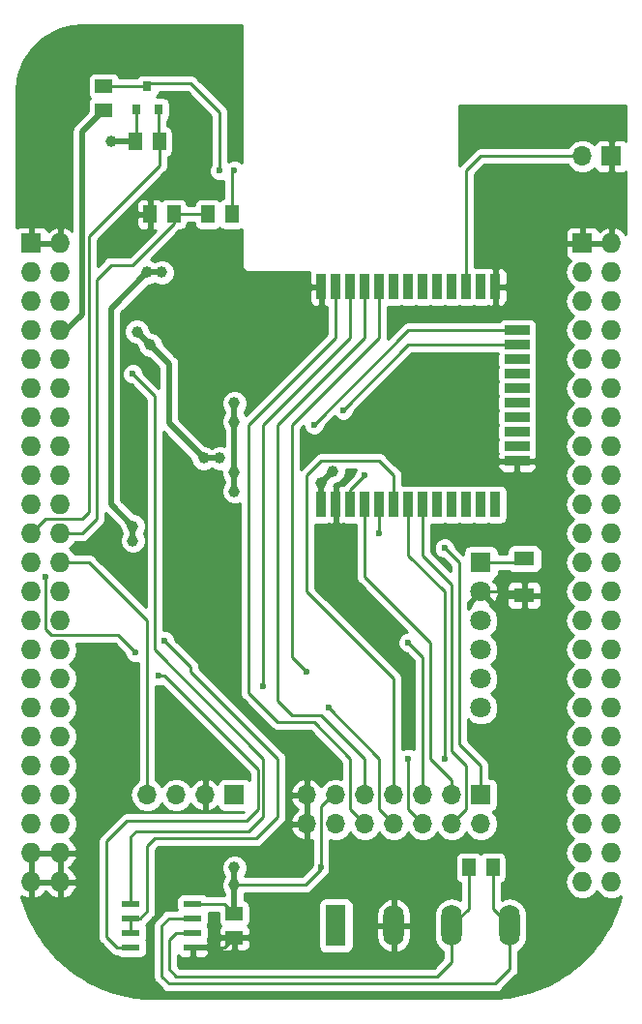
<source format=gtl>
G04 #@! TF.GenerationSoftware,KiCad,Pcbnew,5.0.0-rc1-44a33f2~62~ubuntu16.04.1*
G04 #@! TF.CreationDate,2018-04-01T18:34:43+03:00*
G04 #@! TF.ProjectId,BeagleBone-Black-Cape,426561676C65426F6E652D426C61636B,rev?*
G04 #@! TF.SameCoordinates,Original*
G04 #@! TF.FileFunction,Copper,L1,Top,Signal*
G04 #@! TF.FilePolarity,Positive*
%FSLAX46Y46*%
G04 Gerber Fmt 4.6, Leading zero omitted, Abs format (unit mm)*
G04 Created by KiCad (PCBNEW 5.0.0-rc1-44a33f2~62~ubuntu16.04.1) date Sun Apr  1 18:34:43 2018*
%MOMM*%
%LPD*%
G01*
G04 APERTURE LIST*
%ADD10R,1.727200X1.727200*%
%ADD11O,1.727200X1.727200*%
%ADD12R,1.800000X1.245000*%
%ADD13R,1.500000X1.145000*%
%ADD14R,1.700000X1.700000*%
%ADD15O,1.700000X1.700000*%
%ADD16R,1.800000X3.600000*%
%ADD17O,1.800000X3.600000*%
%ADD18R,1.800000X1.800000*%
%ADD19C,1.800000*%
%ADD20R,0.800000X0.900000*%
%ADD21R,1.145000X1.500000*%
%ADD22R,1.550000X0.600000*%
%ADD23R,0.812800X2.181860*%
%ADD24R,2.181860X0.812800*%
%ADD25C,0.600000*%
%ADD26C,1.000000*%
%ADD27C,0.250000*%
%ADD28C,0.500000*%
%ADD29C,0.254000*%
G04 APERTURE END LIST*
D10*
X164630100Y-62382400D03*
D11*
X167170100Y-62382400D03*
X164630100Y-64922400D03*
X167170100Y-64922400D03*
X164630100Y-67462400D03*
X167170100Y-67462400D03*
X164630100Y-70002400D03*
X167170100Y-70002400D03*
X164630100Y-72542400D03*
X167170100Y-72542400D03*
X164630100Y-75082400D03*
X167170100Y-75082400D03*
X164630100Y-77622400D03*
X167170100Y-77622400D03*
X164630100Y-80162400D03*
X167170100Y-80162400D03*
X164630100Y-82702400D03*
X167170100Y-82702400D03*
X164630100Y-85242400D03*
X167170100Y-85242400D03*
X164630100Y-87782400D03*
X167170100Y-87782400D03*
X164630100Y-90322400D03*
X167170100Y-90322400D03*
X164630100Y-92862400D03*
X167170100Y-92862400D03*
X164630100Y-95402400D03*
X167170100Y-95402400D03*
X164630100Y-97942400D03*
X167170100Y-97942400D03*
X164630100Y-100482400D03*
X167170100Y-100482400D03*
X164630100Y-103022400D03*
X167170100Y-103022400D03*
X164630100Y-105562400D03*
X167170100Y-105562400D03*
X164630100Y-108102400D03*
X167170100Y-108102400D03*
X164630100Y-110642400D03*
X167170100Y-110642400D03*
X164630100Y-113182400D03*
X167170100Y-113182400D03*
X164630100Y-115722400D03*
X167170100Y-115722400D03*
X164630100Y-118262400D03*
X167170100Y-118262400D03*
D10*
X116370100Y-62382400D03*
D11*
X118910100Y-62382400D03*
X116370100Y-64922400D03*
X118910100Y-64922400D03*
X116370100Y-67462400D03*
X118910100Y-67462400D03*
X116370100Y-70002400D03*
X118910100Y-70002400D03*
X116370100Y-72542400D03*
X118910100Y-72542400D03*
X116370100Y-75082400D03*
X118910100Y-75082400D03*
X116370100Y-77622400D03*
X118910100Y-77622400D03*
X116370100Y-80162400D03*
X118910100Y-80162400D03*
X116370100Y-82702400D03*
X118910100Y-82702400D03*
X116370100Y-85242400D03*
X118910100Y-85242400D03*
X116370100Y-87782400D03*
X118910100Y-87782400D03*
X116370100Y-90322400D03*
X118910100Y-90322400D03*
X116370100Y-92862400D03*
X118910100Y-92862400D03*
X116370100Y-95402400D03*
X118910100Y-95402400D03*
X116370100Y-97942400D03*
X118910100Y-97942400D03*
X116370100Y-100482400D03*
X118910100Y-100482400D03*
X116370100Y-103022400D03*
X118910100Y-103022400D03*
X116370100Y-105562400D03*
X118910100Y-105562400D03*
X116370100Y-108102400D03*
X118910100Y-108102400D03*
X116370100Y-110642400D03*
X118910100Y-110642400D03*
X116370100Y-113182400D03*
X118910100Y-113182400D03*
X116370100Y-115722400D03*
X118910100Y-115722400D03*
X116370100Y-118262400D03*
X118910100Y-118262400D03*
D12*
X159550100Y-89999900D03*
X159550100Y-93184900D03*
D13*
X134150100Y-121029900D03*
X134150100Y-123114900D03*
D14*
X155740100Y-110642400D03*
D15*
X155740100Y-113182400D03*
X153200100Y-110642400D03*
X153200100Y-113182400D03*
X150660100Y-110642400D03*
X150660100Y-113182400D03*
X148120100Y-110642400D03*
X148120100Y-113182400D03*
X145580100Y-110642400D03*
X145580100Y-113182400D03*
X143040100Y-110642400D03*
X143040100Y-113182400D03*
X140500100Y-110642400D03*
X140500100Y-113182400D03*
D16*
X143040100Y-122072400D03*
D17*
X148120100Y-122072400D03*
X153200100Y-122072400D03*
X158280100Y-122072400D03*
D14*
X167170100Y-54762400D03*
D15*
X164630100Y-54762400D03*
D14*
X134150100Y-110642400D03*
D15*
X131610100Y-110642400D03*
X129070100Y-110642400D03*
X126530100Y-110642400D03*
D18*
X155740100Y-90322400D03*
D19*
X155740100Y-92862400D03*
X155740100Y-95402400D03*
X155740100Y-97942400D03*
X155740100Y-100482400D03*
X155740100Y-103022400D03*
D20*
X125580100Y-50682400D03*
X127480100Y-50682400D03*
X126530100Y-48682400D03*
D21*
X125487600Y-53492400D03*
X127572600Y-53492400D03*
X126757600Y-59842400D03*
X128842600Y-59842400D03*
X131837600Y-59842400D03*
X133922600Y-59842400D03*
D13*
X122720100Y-50724900D03*
X122720100Y-48639900D03*
D21*
X154697600Y-116992400D03*
X156782600Y-116992400D03*
D22*
X125100100Y-120167400D03*
X125100100Y-121437400D03*
X125100100Y-122707400D03*
X125100100Y-123977400D03*
X130500100Y-123977400D03*
X130500100Y-122707400D03*
X130500100Y-121437400D03*
X130500100Y-120167400D03*
D23*
X141770100Y-85242400D03*
X143040100Y-85242400D03*
X144310100Y-85242400D03*
X145580100Y-85242400D03*
X146850100Y-85242400D03*
X148120100Y-85242400D03*
X149390100Y-85242400D03*
X150660100Y-85242400D03*
X151930100Y-85242400D03*
X153200100Y-85242400D03*
X154470100Y-85242400D03*
X155740100Y-85242400D03*
X157010100Y-85242400D03*
D24*
X158915100Y-81432400D03*
X158915100Y-80162400D03*
X158915100Y-78892400D03*
X158915100Y-77622400D03*
X158915100Y-76352400D03*
X158915100Y-75082400D03*
X158915100Y-73812400D03*
X158915100Y-72542400D03*
X158915100Y-71272400D03*
X158915100Y-70002400D03*
D23*
X157010100Y-66192400D03*
X155740100Y-66192400D03*
X154470100Y-66192400D03*
X153200100Y-66192400D03*
X151930100Y-66192400D03*
X150660100Y-66192400D03*
X149390100Y-66192400D03*
X148120100Y-66192400D03*
X146850100Y-66192400D03*
X145580100Y-66192400D03*
X144310100Y-66192400D03*
X143040100Y-66192400D03*
X141770100Y-66192400D03*
D25*
X161455100Y-115087400D03*
X161455100Y-113817400D03*
X161455100Y-112547400D03*
X161455100Y-111277400D03*
X161455100Y-110007400D03*
X160185100Y-126517400D03*
X122720100Y-125247400D03*
X123990100Y-125247400D03*
X123990100Y-126517400D03*
X125260100Y-125247400D03*
X125260100Y-126517400D03*
X125260100Y-127787400D03*
X126530100Y-127787400D03*
X126530100Y-126517400D03*
X126530100Y-125247400D03*
X161455100Y-125247400D03*
X160185100Y-125247400D03*
X160185100Y-123977400D03*
X161455100Y-123977400D03*
X150660100Y-125247400D03*
X149390100Y-125247400D03*
X150660100Y-123977400D03*
X150660100Y-122707400D03*
X150660100Y-121437400D03*
X146850100Y-125247400D03*
X144310100Y-125247400D03*
X145580100Y-125247400D03*
X145580100Y-123977400D03*
X145580100Y-122707400D03*
X145580100Y-121437400D03*
X139865100Y-125247400D03*
X139865100Y-123977400D03*
X139865100Y-122707400D03*
X139865100Y-121437400D03*
X138595100Y-125247400D03*
X138595100Y-123977400D03*
X138595100Y-122707400D03*
X138595100Y-121437400D03*
X138595100Y-120167400D03*
X137325100Y-120167400D03*
X137325100Y-121437400D03*
X137325100Y-122707400D03*
X137325100Y-123977400D03*
X137325100Y-125247400D03*
X136055100Y-125247400D03*
X136055100Y-123977400D03*
X136055100Y-122707400D03*
X136055100Y-121437400D03*
X136055100Y-120167400D03*
X127800100Y-119532400D03*
X161455100Y-118262400D03*
X160185100Y-118262400D03*
X158915100Y-118262400D03*
X158915100Y-116992400D03*
X160185100Y-116992400D03*
X161455100Y-116992400D03*
X151930100Y-118262400D03*
X150660100Y-118262400D03*
X149390100Y-118262400D03*
X148120100Y-118262400D03*
X146850100Y-118262400D03*
X145580100Y-118262400D03*
X144310100Y-118262400D03*
X143040100Y-118262400D03*
X151930100Y-116992400D03*
X150660100Y-116992400D03*
X149390100Y-116992400D03*
X148120100Y-116992400D03*
X146850100Y-116992400D03*
X145580100Y-116992400D03*
X144310100Y-116992400D03*
X143040100Y-116992400D03*
X141770100Y-116992400D03*
X160185100Y-103657400D03*
X160185100Y-104927400D03*
X160185100Y-106197400D03*
X160185100Y-107467400D03*
X160185100Y-108737400D03*
X161455100Y-108737400D03*
X161455100Y-107467400D03*
X161455100Y-106197400D03*
X161455100Y-104927400D03*
X161455100Y-103657400D03*
X132880100Y-93497400D03*
X131610100Y-92227400D03*
X132880100Y-92227400D03*
X132880100Y-90957400D03*
X132880100Y-89687400D03*
X132880100Y-88417400D03*
X132880100Y-87147400D03*
X132880100Y-85877400D03*
X130340100Y-90957400D03*
X131610100Y-90957400D03*
X131610100Y-89687400D03*
X131610100Y-88417400D03*
X131610100Y-87147400D03*
X131610100Y-85877400D03*
X131610100Y-84607400D03*
X141770100Y-108102400D03*
X141770100Y-106832400D03*
X139230100Y-106832400D03*
X139230100Y-108102400D03*
X140500100Y-108102400D03*
X140500100Y-106832400D03*
X140500100Y-105562400D03*
X139230100Y-105562400D03*
X139230100Y-114452400D03*
X139230100Y-115722400D03*
X140500100Y-116357400D03*
X140500100Y-115087400D03*
X136055100Y-116992400D03*
X136055100Y-115722400D03*
X130340100Y-116992400D03*
X129070100Y-116992400D03*
X127800100Y-116992400D03*
X127800100Y-118262400D03*
X129070100Y-118262400D03*
X130340100Y-118262400D03*
X131610100Y-118262400D03*
X131610100Y-116992400D03*
X131610100Y-115722400D03*
X130340100Y-115722400D03*
X129070100Y-115722400D03*
X127800100Y-115722400D03*
X130340100Y-97307400D03*
X130340100Y-96037400D03*
X129070100Y-94767400D03*
X128435100Y-94132400D03*
X129705100Y-95402400D03*
X120815100Y-123977400D03*
X120815100Y-122707400D03*
X119545100Y-122707400D03*
X119545100Y-121437400D03*
X118275100Y-121437400D03*
X117005100Y-120167400D03*
X118275100Y-120167400D03*
X119545100Y-120167400D03*
X120815100Y-121437400D03*
X120815100Y-120167400D03*
X120815100Y-118897400D03*
X120815100Y-117627400D03*
X120815100Y-116357400D03*
X120815100Y-115087400D03*
X120815100Y-113817400D03*
X120815100Y-112547400D03*
X120815100Y-111277400D03*
X120815100Y-110007400D03*
X123355100Y-108737400D03*
X122085100Y-108737400D03*
X123355100Y-98577400D03*
X122085100Y-98577400D03*
X120815100Y-98577400D03*
X120815100Y-108737400D03*
X120815100Y-107467400D03*
X120815100Y-106197400D03*
X120815100Y-104927400D03*
X120815100Y-103657400D03*
X120815100Y-102387400D03*
X120815100Y-101117400D03*
X120815100Y-99847400D03*
X125260100Y-99847400D03*
X125260100Y-101117400D03*
X125260100Y-108737400D03*
X125260100Y-107467400D03*
X125260100Y-106197400D03*
X125260100Y-104927400D03*
X125260100Y-103657400D03*
X125260100Y-102387400D03*
X127800100Y-102387400D03*
X127800100Y-103657400D03*
X127800100Y-104927400D03*
X127800100Y-106197400D03*
X127800100Y-107467400D03*
X127800100Y-108737400D03*
X131610100Y-106197400D03*
X130340100Y-104927400D03*
X130340100Y-106197400D03*
X130340100Y-107467400D03*
X131610100Y-107467400D03*
X132880100Y-107467400D03*
X132880100Y-108737400D03*
X131610100Y-108737400D03*
X130340100Y-108737400D03*
X130340100Y-83337400D03*
X130340100Y-84607400D03*
X130340100Y-85877400D03*
X130340100Y-87147400D03*
X130340100Y-88417400D03*
X130340100Y-89687400D03*
X129070100Y-89687400D03*
X129070100Y-88417400D03*
X129070100Y-87147400D03*
X129070100Y-85877400D03*
X129070100Y-84607400D03*
X129070100Y-83337400D03*
X148120100Y-68732400D03*
X149390100Y-68732400D03*
X150660100Y-68732400D03*
X151930100Y-68732400D03*
X153200100Y-68732400D03*
X154470100Y-68732400D03*
X155740100Y-68732400D03*
X118275100Y-58572400D03*
X118275100Y-56032400D03*
X118275100Y-53492400D03*
X118275100Y-50952400D03*
X118275100Y-48412400D03*
X118275100Y-45872400D03*
X119545100Y-47142400D03*
X122085100Y-47142400D03*
X124625100Y-47142400D03*
X127165100Y-47142400D03*
X129705100Y-47142400D03*
X132245100Y-47142400D03*
X133515100Y-45872400D03*
X132245100Y-44602400D03*
X129705100Y-44602400D03*
X127165100Y-44602400D03*
X124625100Y-44602400D03*
X122085100Y-44602400D03*
X119545100Y-44602400D03*
X166535100Y-120167400D03*
X166535100Y-121437400D03*
X165265100Y-122707400D03*
X165265100Y-121437400D03*
X165265100Y-120167400D03*
X163995100Y-120167400D03*
X163995100Y-121437400D03*
X163995100Y-122707400D03*
X163995100Y-123977400D03*
X162725100Y-125247400D03*
X162725100Y-123977400D03*
X162725100Y-122707400D03*
X162725100Y-121437400D03*
X162725100Y-120167400D03*
X162725100Y-118897400D03*
X162725100Y-117627400D03*
X162725100Y-116357400D03*
X162725100Y-115087400D03*
X162725100Y-113817400D03*
X162725100Y-112547400D03*
X162725100Y-111277400D03*
X162725100Y-110007400D03*
X162725100Y-108737400D03*
X162725100Y-107467400D03*
X162725100Y-106197400D03*
X162725100Y-104927400D03*
X162725100Y-103657400D03*
X162725100Y-102387400D03*
X162725100Y-101117400D03*
X162725100Y-99847400D03*
X162725100Y-98577400D03*
X162725100Y-97307400D03*
X162725100Y-96037400D03*
X162725100Y-94767400D03*
X162725100Y-93497400D03*
X162725100Y-92227400D03*
X162725100Y-90957400D03*
X162725100Y-89687400D03*
X162725100Y-88417400D03*
X162725100Y-87147400D03*
X162725100Y-85877400D03*
X162725100Y-84607400D03*
X162725100Y-83337400D03*
X162725100Y-82067400D03*
X162725100Y-80797400D03*
X162725100Y-79527400D03*
X162725100Y-78257400D03*
X162725100Y-76987400D03*
X162725100Y-75717400D03*
X153835100Y-87782400D03*
X155105100Y-87782400D03*
X156375100Y-87782400D03*
X157645100Y-87782400D03*
X158280100Y-87147400D03*
X158280100Y-88417400D03*
X137960100Y-65557400D03*
X138595100Y-66192400D03*
X139230100Y-66827400D03*
X139865100Y-67462400D03*
X140500100Y-68097400D03*
X141135100Y-68732400D03*
X149390100Y-105562400D03*
X149390100Y-104292400D03*
X149390100Y-103022400D03*
X149390100Y-101752400D03*
X149390100Y-100482400D03*
X144310100Y-94132400D03*
X144310100Y-92862400D03*
X144310100Y-91592400D03*
X143040100Y-92862400D03*
X143040100Y-91592400D03*
X143040100Y-89052400D03*
X141770100Y-89052400D03*
X141770100Y-90322400D03*
X143040100Y-90322400D03*
X144310100Y-90322400D03*
X144310100Y-89052400D03*
X144310100Y-87782400D03*
X143040100Y-87782400D03*
X141770100Y-87782400D03*
X148755100Y-74447400D03*
X147485100Y-75717400D03*
X147485100Y-76987400D03*
X147485100Y-78257400D03*
X147485100Y-79527400D03*
X148755100Y-80797400D03*
X150025100Y-82067400D03*
X151295100Y-82067400D03*
X152565100Y-82067400D03*
X153835100Y-82067400D03*
X153835100Y-80797400D03*
X153835100Y-79527400D03*
X153835100Y-78257400D03*
X153835100Y-76987400D03*
X153835100Y-75717400D03*
X153835100Y-74447400D03*
X153835100Y-73177400D03*
X152565100Y-73177400D03*
X151295100Y-73177400D03*
X162725100Y-74447400D03*
X162725100Y-73177400D03*
X162725100Y-71907400D03*
X162725100Y-70637400D03*
X162725100Y-69367400D03*
X161455100Y-64287400D03*
X161455100Y-65557400D03*
X161455100Y-66827400D03*
X161455100Y-68097400D03*
X160185100Y-68097400D03*
X160185100Y-66827400D03*
X160185100Y-65557400D03*
X160185100Y-64287400D03*
X162725100Y-61747400D03*
X162725100Y-63017400D03*
X161455100Y-63017400D03*
X160185100Y-63017400D03*
X158915100Y-63017400D03*
X157645100Y-63017400D03*
X157645100Y-60477400D03*
X158915100Y-60477400D03*
X160185100Y-60477400D03*
X161455100Y-60477400D03*
X162725100Y-60477400D03*
X163995100Y-60477400D03*
X165265100Y-60477400D03*
X166535100Y-60477400D03*
X167805100Y-60477400D03*
X167805100Y-59207400D03*
X167805100Y-57937400D03*
X167805100Y-56667400D03*
X166535100Y-56667400D03*
X165265100Y-56667400D03*
X163995100Y-56667400D03*
X162725100Y-56667400D03*
X161455100Y-56667400D03*
X160185100Y-56667400D03*
X158915100Y-56667400D03*
X157645100Y-56667400D03*
X156375100Y-63017400D03*
X156375100Y-61747400D03*
X156375100Y-60477400D03*
X156375100Y-59207400D03*
X156375100Y-57937400D03*
X156375100Y-56667400D03*
X167805100Y-51587400D03*
X166535100Y-51587400D03*
X165265100Y-51587400D03*
X163995100Y-51587400D03*
X162725100Y-51587400D03*
X161455100Y-51587400D03*
X160185100Y-51587400D03*
X158915100Y-51587400D03*
X157645100Y-51587400D03*
X156375100Y-51587400D03*
X155105100Y-51587400D03*
X150025100Y-73177400D03*
X124625100Y-60477400D03*
X125260100Y-61747400D03*
X123990100Y-63017400D03*
X123990100Y-61747400D03*
X129070100Y-63017400D03*
X132880100Y-63017400D03*
X131610100Y-63017400D03*
X130340100Y-63017400D03*
X130340100Y-61747400D03*
X131610100Y-61747400D03*
X132880100Y-61747400D03*
X118275100Y-59842400D03*
X118275100Y-57302400D03*
X118275100Y-54762400D03*
X118275100Y-52222400D03*
X130975100Y-50952400D03*
X130975100Y-52222400D03*
X130975100Y-53492400D03*
X130975100Y-54762400D03*
X130975100Y-56032400D03*
X130975100Y-57302400D03*
X129705100Y-57302400D03*
X129705100Y-56032400D03*
X129705100Y-54762400D03*
X129705100Y-53492400D03*
X129705100Y-52222400D03*
X129705100Y-50952400D03*
X120815100Y-47142400D03*
X123355100Y-47142400D03*
X125895100Y-47142400D03*
X128435100Y-47142400D03*
X130975100Y-47142400D03*
X133515100Y-47142400D03*
X118275100Y-49682400D03*
X118275100Y-47142400D03*
X118275100Y-44602400D03*
X120815100Y-44602400D03*
X123355100Y-44602400D03*
X125895100Y-44602400D03*
X128435100Y-44602400D03*
X130975100Y-44602400D03*
X133515100Y-44602400D03*
D26*
X125260100Y-88417400D03*
X127800100Y-64922400D03*
X125260100Y-87147400D03*
X126530100Y-64922400D03*
X134150100Y-116992400D03*
X134150100Y-118516400D03*
X123355100Y-53492400D03*
X142786100Y-82321400D03*
X141770100Y-83337400D03*
X134150100Y-84099400D03*
X134150100Y-76352400D03*
X134150100Y-78003400D03*
X134150100Y-82448400D03*
X132880100Y-81178400D03*
X126784100Y-71272400D03*
X131483100Y-81178400D03*
X125641100Y-70129400D03*
D25*
X145580100Y-82702400D03*
X152565100Y-89052400D03*
X152565100Y-107467400D03*
X146850100Y-87782400D03*
X149390100Y-97307400D03*
X140500100Y-99847400D03*
X149390100Y-107467400D03*
X136690100Y-101117400D03*
X142405100Y-103022400D03*
X141135100Y-78257400D03*
X143675100Y-76987400D03*
X132880100Y-56032400D03*
X134150100Y-56032400D03*
X125260100Y-73812400D03*
X117640100Y-91592400D03*
X125514100Y-98196400D03*
X127546100Y-100228400D03*
X128054100Y-97180400D03*
D27*
X130500100Y-123977400D02*
X133287600Y-123977400D01*
X133287600Y-123977400D02*
X134150100Y-123114900D01*
X155740100Y-92862400D02*
X159227600Y-92862400D01*
X159227600Y-92862400D02*
X159550100Y-93184900D01*
D28*
X125260100Y-87147400D02*
X125260100Y-88417400D01*
X126530100Y-64922400D02*
X127800100Y-64922400D01*
X125260100Y-87147400D02*
X123355100Y-85242400D01*
X123355100Y-85242400D02*
X123355100Y-68097400D01*
X123355100Y-68097400D02*
X126530100Y-64922400D01*
D27*
X143040100Y-110642400D02*
X142786100Y-110642400D01*
X142786100Y-110642400D02*
X141770100Y-111658400D01*
X141770100Y-111658400D02*
X141770100Y-117119400D01*
X141770100Y-117119400D02*
X140373100Y-118516400D01*
X140373100Y-118516400D02*
X134150100Y-118516400D01*
D28*
X134150100Y-118516400D02*
X134150100Y-116992400D01*
X134150100Y-118516400D02*
X134150100Y-121029900D01*
X123355100Y-53492400D02*
X125487600Y-53492400D01*
X141770100Y-83337400D02*
X142786100Y-82321400D01*
X141770100Y-85242400D02*
X141770100Y-83337400D01*
D27*
X130500100Y-120167400D02*
X133287600Y-120167400D01*
X133287600Y-120167400D02*
X134150100Y-121029900D01*
X125580100Y-50682400D02*
X125580100Y-53399900D01*
X125580100Y-53399900D02*
X125487600Y-53492400D01*
D28*
X134150100Y-82448400D02*
X134150100Y-84099400D01*
X134150100Y-78003400D02*
X134150100Y-76352400D01*
X134150100Y-78003400D02*
X134150100Y-82448400D01*
X131483100Y-81178400D02*
X132880100Y-81178400D01*
X131483100Y-81178400D02*
X128435100Y-78130400D01*
X128435100Y-78130400D02*
X128435100Y-72923400D01*
X128435100Y-72923400D02*
X126784100Y-71272400D01*
X126784100Y-71272400D02*
X125641100Y-70129400D01*
X118910100Y-70002400D02*
X119418100Y-70002400D01*
X119418100Y-70002400D02*
X120815100Y-68605400D01*
X120815100Y-68605400D02*
X120815100Y-52629900D01*
X120815100Y-52629900D02*
X122720100Y-50724900D01*
D27*
X155740100Y-90322400D02*
X159227600Y-90322400D01*
X159227600Y-90322400D02*
X159550100Y-89999900D01*
X155740100Y-110642400D02*
X155740100Y-108102400D01*
X144310100Y-83972400D02*
X144310100Y-85242400D01*
X145580100Y-82702400D02*
X144310100Y-83972400D01*
X153835100Y-90322400D02*
X152565100Y-89052400D01*
X153835100Y-106197400D02*
X153835100Y-90322400D01*
X155740100Y-108102400D02*
X153835100Y-106197400D01*
X149390100Y-85242400D02*
X149390100Y-89687400D01*
X152565100Y-92862400D02*
X152565100Y-107467400D01*
X149390100Y-89687400D02*
X152565100Y-92862400D01*
X153200100Y-110642400D02*
X153200100Y-109372400D01*
X145580100Y-91592400D02*
X145580100Y-85242400D01*
X151295100Y-97307400D02*
X145580100Y-91592400D01*
X151295100Y-107467400D02*
X151295100Y-97307400D01*
X153200100Y-109372400D02*
X151295100Y-107467400D01*
X150660100Y-85242400D02*
X150660100Y-89687400D01*
X154470100Y-111912400D02*
X153200100Y-113182400D01*
X154470100Y-108102400D02*
X154470100Y-111912400D01*
X153200100Y-106832400D02*
X154470100Y-108102400D01*
X153200100Y-92227400D02*
X153200100Y-106832400D01*
X150660100Y-89687400D02*
X153200100Y-92227400D01*
X150660100Y-110642400D02*
X150660100Y-98577400D01*
X146850100Y-87782400D02*
X146850100Y-85242400D01*
X150660100Y-98577400D02*
X149390100Y-97307400D01*
X150660100Y-113182400D02*
X149390100Y-111912400D01*
X146850100Y-70637400D02*
X139230100Y-78257400D01*
X139230100Y-78257400D02*
X139230100Y-98577400D01*
X146850100Y-70637400D02*
X146850100Y-66192400D01*
X140500100Y-99847400D02*
X139230100Y-98577400D01*
X149390100Y-111912400D02*
X149390100Y-107467400D01*
X148120100Y-110642400D02*
X148120100Y-100482400D01*
X148120100Y-82702400D02*
X148120100Y-85242400D01*
X146850100Y-81432400D02*
X148120100Y-82702400D01*
X141770100Y-81432400D02*
X146850100Y-81432400D01*
X140500100Y-82702400D02*
X141770100Y-81432400D01*
X140500100Y-92862400D02*
X140500100Y-82702400D01*
X148120100Y-100482400D02*
X140500100Y-92862400D01*
X148120100Y-113182400D02*
X146850100Y-111912400D01*
X144310100Y-70637400D02*
X136690100Y-78257400D01*
X136690100Y-78257400D02*
X136690100Y-98577400D01*
X144310100Y-70637400D02*
X144310100Y-66192400D01*
X136690100Y-101117400D02*
X136690100Y-98577400D01*
X146850100Y-107467400D02*
X142405100Y-103022400D01*
X146850100Y-111912400D02*
X146850100Y-107467400D01*
X145580100Y-110642400D02*
X145580100Y-107467400D01*
X145580100Y-70637400D02*
X137960100Y-78257400D01*
X137960100Y-78257400D02*
X137960100Y-98577400D01*
X145580100Y-70637400D02*
X145580100Y-66192400D01*
X137960100Y-102387400D02*
X137960100Y-98577400D01*
X139230100Y-103657400D02*
X137960100Y-102387400D01*
X141770100Y-103657400D02*
X139230100Y-103657400D01*
X145580100Y-107467400D02*
X141770100Y-103657400D01*
X145580100Y-113182400D02*
X144310100Y-111912400D01*
X143040100Y-70637400D02*
X135420100Y-78257400D01*
X135420100Y-78257400D02*
X135420100Y-98577400D01*
X143040100Y-70637400D02*
X143040100Y-66192400D01*
X135420100Y-101752400D02*
X135420100Y-98577400D01*
X137960100Y-104292400D02*
X135420100Y-101752400D01*
X141135100Y-104292400D02*
X137960100Y-104292400D01*
X144310100Y-107467400D02*
X141135100Y-104292400D01*
X144310100Y-111912400D02*
X144310100Y-107467400D01*
X130500100Y-122707400D02*
X129070100Y-122707400D01*
X153200100Y-125247400D02*
X153200100Y-122072400D01*
X151930100Y-126517400D02*
X153200100Y-125247400D01*
X129070100Y-126517400D02*
X151930100Y-126517400D01*
X128435100Y-125882400D02*
X129070100Y-126517400D01*
X128435100Y-123342400D02*
X128435100Y-125882400D01*
X129070100Y-122707400D02*
X128435100Y-123342400D01*
X154697600Y-116992400D02*
X154697600Y-120574900D01*
X154697600Y-120574900D02*
X153200100Y-122072400D01*
X130500100Y-121437400D02*
X128435100Y-121437400D01*
X158280100Y-125882400D02*
X158280100Y-122072400D01*
X157010100Y-127152400D02*
X158280100Y-125882400D01*
X128435100Y-127152400D02*
X157010100Y-127152400D01*
X127800100Y-126517400D02*
X128435100Y-127152400D01*
X127800100Y-122072400D02*
X127800100Y-126517400D01*
X128435100Y-121437400D02*
X127800100Y-122072400D01*
X156782600Y-116992400D02*
X156782600Y-120574900D01*
X156782600Y-120574900D02*
X158280100Y-122072400D01*
X154470100Y-66192400D02*
X154470100Y-56032400D01*
X155740100Y-54762400D02*
X164630100Y-54762400D01*
X154470100Y-56032400D02*
X155740100Y-54762400D01*
X158915100Y-70002400D02*
X149390100Y-70002400D01*
X149390100Y-70002400D02*
X141135100Y-78257400D01*
X126530100Y-110642400D02*
X126530100Y-95402400D01*
X121450100Y-90322400D02*
X118910100Y-90322400D01*
X126530100Y-95402400D02*
X121450100Y-90322400D01*
X158915100Y-71272400D02*
X149390100Y-71272400D01*
X149390100Y-71272400D02*
X143675100Y-76987400D01*
X122720100Y-48639900D02*
X126487600Y-48639900D01*
X126487600Y-48639900D02*
X126715100Y-48412400D01*
X126715100Y-48412400D02*
X130340100Y-48412400D01*
X130340100Y-48412400D02*
X132880100Y-50952400D01*
X132880100Y-50952400D02*
X132880100Y-56032400D01*
X133922600Y-56259900D02*
X133922600Y-59842400D01*
X134150100Y-56032400D02*
X133922600Y-56259900D01*
X125100100Y-120167400D02*
X125100100Y-114292400D01*
X127165100Y-75717400D02*
X125260100Y-73812400D01*
X127165100Y-97942400D02*
X127165100Y-75717400D01*
X136690100Y-107467400D02*
X127165100Y-97942400D01*
X136690100Y-112547400D02*
X136690100Y-107467400D01*
X135420100Y-113817400D02*
X136690100Y-112547400D01*
X125575100Y-113817400D02*
X135420100Y-113817400D01*
X125100100Y-114292400D02*
X125575100Y-113817400D01*
X117640100Y-91592400D02*
X117640100Y-96164400D01*
X117640100Y-96164400D02*
X117894100Y-96418400D01*
X117894100Y-96418400D02*
X118148100Y-96672400D01*
X118148100Y-96672400D02*
X123990100Y-96672400D01*
X123990100Y-96672400D02*
X125514100Y-98196400D01*
X127546100Y-100228400D02*
X128054100Y-100228400D01*
X125100100Y-123977400D02*
X123863100Y-123977400D01*
X136240098Y-108414398D02*
X128054100Y-100228400D01*
X136240098Y-111912400D02*
X136240098Y-108414398D01*
X135224098Y-112928400D02*
X136240098Y-111912400D01*
X124752100Y-112928400D02*
X135224098Y-112928400D01*
X122974100Y-114706400D02*
X124752100Y-112928400D01*
X122974100Y-123088400D02*
X122974100Y-114706400D01*
X123863100Y-123977400D02*
X122974100Y-123088400D01*
X127572600Y-53492400D02*
X127572600Y-55624900D01*
X117640100Y-86512400D02*
X116370100Y-87782400D01*
X120815100Y-86512400D02*
X117640100Y-86512400D01*
X121450100Y-85877400D02*
X120815100Y-86512400D01*
X121450100Y-61747400D02*
X121450100Y-85877400D01*
X127572600Y-55624900D02*
X121450100Y-61747400D01*
X127480100Y-50682400D02*
X127480100Y-53399900D01*
X127480100Y-53399900D02*
X127572600Y-53492400D01*
X128842600Y-59842400D02*
X128842600Y-60704900D01*
X120815100Y-87782400D02*
X118910100Y-87782400D01*
X122085100Y-86512400D02*
X120815100Y-87782400D01*
X122085100Y-65557400D02*
X122085100Y-86512400D01*
X123355100Y-64287400D02*
X122085100Y-65557400D01*
X125260100Y-64287400D02*
X123355100Y-64287400D01*
X128842600Y-60704900D02*
X125260100Y-64287400D01*
X128842600Y-59842400D02*
X131837600Y-59842400D01*
X125100100Y-121437400D02*
X125100100Y-122707400D01*
X130340100Y-99847400D02*
X130340100Y-99466400D01*
X125895100Y-121437400D02*
X126530100Y-120802400D01*
X126530100Y-120802400D02*
X126530100Y-115087400D01*
X126530100Y-115087400D02*
X127165100Y-114452400D01*
X127165100Y-114452400D02*
X136055100Y-114452400D01*
X136055100Y-114452400D02*
X137960100Y-112547400D01*
X137960100Y-112547400D02*
X137960100Y-107467400D01*
X137960100Y-107467400D02*
X130340100Y-99847400D01*
X125100100Y-121437400D02*
X125895100Y-121437400D01*
X130340100Y-99466400D02*
X128054100Y-97180400D01*
D29*
G36*
X168438831Y-53433105D02*
X168379799Y-53374073D01*
X168146410Y-53277400D01*
X167455850Y-53277400D01*
X167297100Y-53436150D01*
X167297100Y-54635400D01*
X167317100Y-54635400D01*
X167317100Y-54889400D01*
X167297100Y-54889400D01*
X167297100Y-56088650D01*
X167455850Y-56247400D01*
X168146410Y-56247400D01*
X168379799Y-56150727D01*
X168438831Y-56091695D01*
X168438831Y-61592162D01*
X168058590Y-61175579D01*
X167529127Y-60927432D01*
X167297100Y-61047931D01*
X167297100Y-62255400D01*
X167317100Y-62255400D01*
X167317100Y-62509400D01*
X167297100Y-62509400D01*
X167297100Y-62529400D01*
X167043100Y-62529400D01*
X167043100Y-62509400D01*
X164757100Y-62509400D01*
X164757100Y-62529400D01*
X164503100Y-62529400D01*
X164503100Y-62509400D01*
X163290250Y-62509400D01*
X163131500Y-62668150D01*
X163131500Y-63372310D01*
X163228173Y-63605699D01*
X163406802Y-63784327D01*
X163548867Y-63843172D01*
X163218450Y-64337675D01*
X163102141Y-64922400D01*
X163218450Y-65507125D01*
X163549670Y-66002830D01*
X163833381Y-66192400D01*
X163549670Y-66381970D01*
X163218450Y-66877675D01*
X163102141Y-67462400D01*
X163218450Y-68047125D01*
X163549670Y-68542830D01*
X163833381Y-68732400D01*
X163549670Y-68921970D01*
X163218450Y-69417675D01*
X163102141Y-70002400D01*
X163218450Y-70587125D01*
X163549670Y-71082830D01*
X163833381Y-71272400D01*
X163549670Y-71461970D01*
X163218450Y-71957675D01*
X163102141Y-72542400D01*
X163218450Y-73127125D01*
X163549670Y-73622830D01*
X163833381Y-73812400D01*
X163549670Y-74001970D01*
X163218450Y-74497675D01*
X163102141Y-75082400D01*
X163218450Y-75667125D01*
X163549670Y-76162830D01*
X163833381Y-76352400D01*
X163549670Y-76541970D01*
X163218450Y-77037675D01*
X163102141Y-77622400D01*
X163218450Y-78207125D01*
X163549670Y-78702830D01*
X163833381Y-78892400D01*
X163549670Y-79081970D01*
X163218450Y-79577675D01*
X163102141Y-80162400D01*
X163218450Y-80747125D01*
X163549670Y-81242830D01*
X163833381Y-81432400D01*
X163549670Y-81621970D01*
X163218450Y-82117675D01*
X163102141Y-82702400D01*
X163218450Y-83287125D01*
X163549670Y-83782830D01*
X163833381Y-83972400D01*
X163549670Y-84161970D01*
X163218450Y-84657675D01*
X163102141Y-85242400D01*
X163218450Y-85827125D01*
X163549670Y-86322830D01*
X163833381Y-86512400D01*
X163549670Y-86701970D01*
X163218450Y-87197675D01*
X163102141Y-87782400D01*
X163218450Y-88367125D01*
X163549670Y-88862830D01*
X163833381Y-89052400D01*
X163549670Y-89241970D01*
X163218450Y-89737675D01*
X163102141Y-90322400D01*
X163218450Y-90907125D01*
X163549670Y-91402830D01*
X163833381Y-91592400D01*
X163549670Y-91781970D01*
X163218450Y-92277675D01*
X163102141Y-92862400D01*
X163218450Y-93447125D01*
X163549670Y-93942830D01*
X163833381Y-94132400D01*
X163549670Y-94321970D01*
X163218450Y-94817675D01*
X163102141Y-95402400D01*
X163218450Y-95987125D01*
X163549670Y-96482830D01*
X163833381Y-96672400D01*
X163549670Y-96861970D01*
X163218450Y-97357675D01*
X163102141Y-97942400D01*
X163218450Y-98527125D01*
X163549670Y-99022830D01*
X163833381Y-99212400D01*
X163549670Y-99401970D01*
X163218450Y-99897675D01*
X163102141Y-100482400D01*
X163218450Y-101067125D01*
X163549670Y-101562830D01*
X163833381Y-101752400D01*
X163549670Y-101941970D01*
X163218450Y-102437675D01*
X163102141Y-103022400D01*
X163218450Y-103607125D01*
X163549670Y-104102830D01*
X163833381Y-104292400D01*
X163549670Y-104481970D01*
X163218450Y-104977675D01*
X163102141Y-105562400D01*
X163218450Y-106147125D01*
X163549670Y-106642830D01*
X163833381Y-106832400D01*
X163549670Y-107021970D01*
X163218450Y-107517675D01*
X163102141Y-108102400D01*
X163218450Y-108687125D01*
X163549670Y-109182830D01*
X163833381Y-109372400D01*
X163549670Y-109561970D01*
X163218450Y-110057675D01*
X163102141Y-110642400D01*
X163218450Y-111227125D01*
X163549670Y-111722830D01*
X163833381Y-111912400D01*
X163549670Y-112101970D01*
X163218450Y-112597675D01*
X163102141Y-113182400D01*
X163218450Y-113767125D01*
X163549670Y-114262830D01*
X163833381Y-114452400D01*
X163549670Y-114641970D01*
X163218450Y-115137675D01*
X163102141Y-115722400D01*
X163218450Y-116307125D01*
X163549670Y-116802830D01*
X163833381Y-116992400D01*
X163549670Y-117181970D01*
X163218450Y-117677675D01*
X163102141Y-118262400D01*
X163218450Y-118847125D01*
X163549670Y-119342830D01*
X164045375Y-119674050D01*
X164482502Y-119761000D01*
X164777698Y-119761000D01*
X165214825Y-119674050D01*
X165710530Y-119342830D01*
X165900100Y-119059119D01*
X166089670Y-119342830D01*
X166585375Y-119674050D01*
X167022502Y-119761000D01*
X167317698Y-119761000D01*
X167754825Y-119674050D01*
X168022998Y-119494862D01*
X168011196Y-119540661D01*
X167911632Y-119884482D01*
X167801927Y-120225154D01*
X167682142Y-120562477D01*
X167552424Y-120896048D01*
X167412861Y-121225636D01*
X167263578Y-121550948D01*
X167104730Y-121871649D01*
X166936396Y-122187572D01*
X166758788Y-122498322D01*
X166572051Y-122803646D01*
X166376338Y-123103296D01*
X166171795Y-123397049D01*
X165958645Y-123684579D01*
X165737072Y-123965644D01*
X165507241Y-124240032D01*
X165269354Y-124507501D01*
X165023670Y-124767759D01*
X164770362Y-125020625D01*
X164509655Y-125265873D01*
X164241788Y-125503279D01*
X163967001Y-125732630D01*
X163685536Y-125953723D01*
X163397629Y-126166375D01*
X163103560Y-126370377D01*
X162803539Y-126565587D01*
X162497888Y-126751790D01*
X162186822Y-126928861D01*
X161870625Y-127096632D01*
X161549617Y-127254935D01*
X161224075Y-127403636D01*
X160894254Y-127542620D01*
X160560398Y-127671779D01*
X160222926Y-127790953D01*
X159882016Y-127900079D01*
X159538065Y-127999029D01*
X159191300Y-128087741D01*
X158842082Y-128166121D01*
X158490659Y-128234112D01*
X158137391Y-128291646D01*
X157782571Y-128338674D01*
X157426534Y-128375153D01*
X157069512Y-128401057D01*
X156711676Y-128416368D01*
X156370655Y-128421130D01*
X127169821Y-128421130D01*
X126807217Y-128415750D01*
X126449631Y-128399825D01*
X126092719Y-128373302D01*
X125736724Y-128336199D01*
X125381981Y-128288551D01*
X125028812Y-128230401D01*
X124677504Y-128161796D01*
X124328436Y-128082810D01*
X123981839Y-127993496D01*
X123638018Y-127893932D01*
X123297346Y-127784227D01*
X122960023Y-127664442D01*
X122626452Y-127534724D01*
X122296864Y-127395161D01*
X121971552Y-127245878D01*
X121650851Y-127087030D01*
X121334928Y-126918696D01*
X121024178Y-126741088D01*
X120718854Y-126554351D01*
X120419204Y-126358638D01*
X120125451Y-126154095D01*
X119837921Y-125940945D01*
X119556856Y-125719372D01*
X119282468Y-125489541D01*
X119014999Y-125251654D01*
X118754741Y-125005970D01*
X118501875Y-124752662D01*
X118256627Y-124491955D01*
X118019221Y-124224088D01*
X117789870Y-123949301D01*
X117568777Y-123667836D01*
X117356125Y-123379929D01*
X117152123Y-123085860D01*
X116956913Y-122785839D01*
X116770710Y-122480188D01*
X116593639Y-122169122D01*
X116425868Y-121852925D01*
X116267565Y-121531917D01*
X116118864Y-121206375D01*
X115979880Y-120876554D01*
X115850721Y-120542698D01*
X115731547Y-120205226D01*
X115622421Y-119864316D01*
X115523471Y-119520365D01*
X115514307Y-119484545D01*
X116011073Y-119717368D01*
X116243100Y-119596869D01*
X116243100Y-118389400D01*
X116497100Y-118389400D01*
X116497100Y-119596869D01*
X116729127Y-119717368D01*
X117258590Y-119469221D01*
X117640100Y-119051248D01*
X118021610Y-119469221D01*
X118551073Y-119717368D01*
X118783100Y-119596869D01*
X118783100Y-118389400D01*
X119037100Y-118389400D01*
X119037100Y-119596869D01*
X119269127Y-119717368D01*
X119798590Y-119469221D01*
X120192788Y-119037347D01*
X120365058Y-118621426D01*
X120243917Y-118389400D01*
X119037100Y-118389400D01*
X118783100Y-118389400D01*
X116497100Y-118389400D01*
X116243100Y-118389400D01*
X116223100Y-118389400D01*
X116223100Y-118135400D01*
X116243100Y-118135400D01*
X116243100Y-115849400D01*
X116497100Y-115849400D01*
X116497100Y-118135400D01*
X118783100Y-118135400D01*
X118783100Y-115849400D01*
X119037100Y-115849400D01*
X119037100Y-118135400D01*
X120243917Y-118135400D01*
X120365058Y-117903374D01*
X120192788Y-117487453D01*
X119798590Y-117055579D01*
X119663787Y-116992400D01*
X119798590Y-116929221D01*
X120192788Y-116497347D01*
X120365058Y-116081426D01*
X120243917Y-115849400D01*
X119037100Y-115849400D01*
X118783100Y-115849400D01*
X116497100Y-115849400D01*
X116243100Y-115849400D01*
X116223100Y-115849400D01*
X116223100Y-115595400D01*
X116243100Y-115595400D01*
X116243100Y-115575400D01*
X116497100Y-115575400D01*
X116497100Y-115595400D01*
X118783100Y-115595400D01*
X118783100Y-115575400D01*
X119037100Y-115575400D01*
X119037100Y-115595400D01*
X120243917Y-115595400D01*
X120365058Y-115363374D01*
X120192788Y-114947453D01*
X119798590Y-114515579D01*
X119689079Y-114464254D01*
X119990530Y-114262830D01*
X120321750Y-113767125D01*
X120438059Y-113182400D01*
X120321750Y-112597675D01*
X119990530Y-112101970D01*
X119706819Y-111912400D01*
X119990530Y-111722830D01*
X120321750Y-111227125D01*
X120438059Y-110642400D01*
X120321750Y-110057675D01*
X119990530Y-109561970D01*
X119706819Y-109372400D01*
X119990530Y-109182830D01*
X120321750Y-108687125D01*
X120438059Y-108102400D01*
X120321750Y-107517675D01*
X119990530Y-107021970D01*
X119706819Y-106832400D01*
X119990530Y-106642830D01*
X120321750Y-106147125D01*
X120438059Y-105562400D01*
X120321750Y-104977675D01*
X119990530Y-104481970D01*
X119706819Y-104292400D01*
X119990530Y-104102830D01*
X120321750Y-103607125D01*
X120438059Y-103022400D01*
X120321750Y-102437675D01*
X119990530Y-101941970D01*
X119706819Y-101752400D01*
X119990530Y-101562830D01*
X120321750Y-101067125D01*
X120438059Y-100482400D01*
X120321750Y-99897675D01*
X119990530Y-99401970D01*
X119706819Y-99212400D01*
X119990530Y-99022830D01*
X120321750Y-98527125D01*
X120438059Y-97942400D01*
X120336614Y-97432400D01*
X123675299Y-97432400D01*
X124579100Y-98336202D01*
X124579100Y-98382383D01*
X124721445Y-98726035D01*
X124984465Y-98989055D01*
X125328117Y-99131400D01*
X125700083Y-99131400D01*
X125770101Y-99102398D01*
X125770100Y-109364222D01*
X125459475Y-109571775D01*
X125131261Y-110062982D01*
X125016008Y-110642400D01*
X125131261Y-111221818D01*
X125459475Y-111713025D01*
X125950682Y-112041239D01*
X126383844Y-112127400D01*
X126676356Y-112127400D01*
X127109518Y-112041239D01*
X127600725Y-111713025D01*
X127800100Y-111414639D01*
X127999475Y-111713025D01*
X128490682Y-112041239D01*
X128923844Y-112127400D01*
X129216356Y-112127400D01*
X129649518Y-112041239D01*
X130140725Y-111713025D01*
X130353943Y-111393922D01*
X130414917Y-111523758D01*
X130843176Y-111914045D01*
X131253210Y-112083876D01*
X131483100Y-111962555D01*
X131483100Y-110769400D01*
X131463100Y-110769400D01*
X131463100Y-110515400D01*
X131483100Y-110515400D01*
X131483100Y-109322245D01*
X131253210Y-109200924D01*
X130843176Y-109370755D01*
X130414917Y-109761042D01*
X130353943Y-109890878D01*
X130140725Y-109571775D01*
X129649518Y-109243561D01*
X129216356Y-109157400D01*
X128923844Y-109157400D01*
X128490682Y-109243561D01*
X127999475Y-109571775D01*
X127800100Y-109870161D01*
X127600725Y-109571775D01*
X127290100Y-109364222D01*
X127290100Y-101134398D01*
X127360117Y-101163400D01*
X127732083Y-101163400D01*
X127860929Y-101110030D01*
X135480099Y-108729202D01*
X135480099Y-109367800D01*
X135457909Y-109334591D01*
X135247865Y-109194243D01*
X135000100Y-109144960D01*
X133300100Y-109144960D01*
X133052335Y-109194243D01*
X132842291Y-109334591D01*
X132701943Y-109544635D01*
X132681361Y-109648108D01*
X132377024Y-109370755D01*
X131966990Y-109200924D01*
X131737100Y-109322245D01*
X131737100Y-110515400D01*
X131757100Y-110515400D01*
X131757100Y-110769400D01*
X131737100Y-110769400D01*
X131737100Y-111962555D01*
X131966990Y-112083876D01*
X132377024Y-111914045D01*
X132681361Y-111636692D01*
X132701943Y-111740165D01*
X132842291Y-111950209D01*
X133052335Y-112090557D01*
X133300100Y-112139840D01*
X134937857Y-112139840D01*
X134909297Y-112168400D01*
X124826948Y-112168400D01*
X124752100Y-112153512D01*
X124677252Y-112168400D01*
X124677248Y-112168400D01*
X124503705Y-112202920D01*
X124455562Y-112212496D01*
X124268518Y-112337476D01*
X124204171Y-112380471D01*
X124161771Y-112443927D01*
X122489628Y-114116071D01*
X122426172Y-114158471D01*
X122383772Y-114221927D01*
X122383771Y-114221928D01*
X122258197Y-114409863D01*
X122199212Y-114706400D01*
X122214101Y-114781252D01*
X122214100Y-123013553D01*
X122199212Y-123088400D01*
X122214100Y-123163247D01*
X122214100Y-123163251D01*
X122258196Y-123384936D01*
X122426171Y-123636329D01*
X122489630Y-123678731D01*
X123272771Y-124461873D01*
X123315171Y-124525329D01*
X123566563Y-124693304D01*
X123788248Y-124737400D01*
X123788253Y-124737400D01*
X123863100Y-124752288D01*
X123886026Y-124747728D01*
X124077335Y-124875557D01*
X124325100Y-124924840D01*
X125875100Y-124924840D01*
X126122865Y-124875557D01*
X126332909Y-124735209D01*
X126473257Y-124525165D01*
X126522540Y-124277400D01*
X126522540Y-123677400D01*
X126473257Y-123429635D01*
X126414968Y-123342400D01*
X126473257Y-123255165D01*
X126522540Y-123007400D01*
X126522540Y-122407400D01*
X126473257Y-122159635D01*
X126414968Y-122072400D01*
X126473257Y-121985165D01*
X126485950Y-121921351D01*
X127014573Y-121392729D01*
X127078029Y-121350329D01*
X127246004Y-121098937D01*
X127290100Y-120877252D01*
X127290100Y-120877248D01*
X127304988Y-120802400D01*
X127290100Y-120727552D01*
X127290100Y-115402201D01*
X127479902Y-115212400D01*
X135980253Y-115212400D01*
X136055100Y-115227288D01*
X136129947Y-115212400D01*
X136129952Y-115212400D01*
X136351637Y-115168304D01*
X136603029Y-115000329D01*
X136645431Y-114936870D01*
X138043009Y-113539292D01*
X139058614Y-113539292D01*
X139304917Y-114063758D01*
X139733176Y-114454045D01*
X140143210Y-114623876D01*
X140373100Y-114502555D01*
X140373100Y-113309400D01*
X139179281Y-113309400D01*
X139058614Y-113539292D01*
X138043009Y-113539292D01*
X138444573Y-113137729D01*
X138508029Y-113095329D01*
X138647991Y-112885862D01*
X138676004Y-112843938D01*
X138718188Y-112631863D01*
X138720100Y-112622252D01*
X138720100Y-112622248D01*
X138734988Y-112547400D01*
X138720100Y-112472552D01*
X138720100Y-110999292D01*
X139058614Y-110999292D01*
X139304917Y-111523758D01*
X139731371Y-111912400D01*
X139304917Y-112301042D01*
X139058614Y-112825508D01*
X139179281Y-113055400D01*
X140373100Y-113055400D01*
X140373100Y-110769400D01*
X139179281Y-110769400D01*
X139058614Y-110999292D01*
X138720100Y-110999292D01*
X138720100Y-110285508D01*
X139058614Y-110285508D01*
X139179281Y-110515400D01*
X140373100Y-110515400D01*
X140373100Y-109322245D01*
X140143210Y-109200924D01*
X139733176Y-109370755D01*
X139304917Y-109761042D01*
X139058614Y-110285508D01*
X138720100Y-110285508D01*
X138720100Y-107542246D01*
X138734988Y-107467399D01*
X138720100Y-107392552D01*
X138720100Y-107392548D01*
X138676004Y-107170863D01*
X138576517Y-107021970D01*
X138550429Y-106982926D01*
X138550427Y-106982924D01*
X138508029Y-106919471D01*
X138444576Y-106877073D01*
X131101535Y-99534034D01*
X131114988Y-99466399D01*
X131100100Y-99391552D01*
X131100100Y-99391549D01*
X131056004Y-99169863D01*
X130888029Y-98918471D01*
X130824573Y-98876071D01*
X128989100Y-97040599D01*
X128989100Y-96994417D01*
X128846755Y-96650765D01*
X128583735Y-96387745D01*
X128240083Y-96245400D01*
X127925100Y-96245400D01*
X127925100Y-78871978D01*
X130348100Y-81294979D01*
X130348100Y-81404166D01*
X130520893Y-81821326D01*
X130840174Y-82140607D01*
X131257334Y-82313400D01*
X131708866Y-82313400D01*
X132126026Y-82140607D01*
X132181600Y-82085033D01*
X132237174Y-82140607D01*
X132654334Y-82313400D01*
X133015100Y-82313400D01*
X133015100Y-82674166D01*
X133187893Y-83091326D01*
X133265100Y-83168533D01*
X133265101Y-83379266D01*
X133187893Y-83456474D01*
X133015100Y-83873634D01*
X133015100Y-84325166D01*
X133187893Y-84742326D01*
X133507174Y-85061607D01*
X133924334Y-85234400D01*
X134375866Y-85234400D01*
X134660100Y-85116667D01*
X134660101Y-98502548D01*
X134660100Y-101677553D01*
X134645212Y-101752400D01*
X134660100Y-101827247D01*
X134660100Y-101827251D01*
X134704196Y-102048936D01*
X134872171Y-102300329D01*
X134935630Y-102342731D01*
X137369773Y-104776876D01*
X137412171Y-104840329D01*
X137475624Y-104882727D01*
X137475626Y-104882729D01*
X137601002Y-104966502D01*
X137663563Y-105008304D01*
X137885248Y-105052400D01*
X137885252Y-105052400D01*
X137960099Y-105067288D01*
X138034946Y-105052400D01*
X140820299Y-105052400D01*
X143550101Y-107782203D01*
X143550101Y-109229753D01*
X143186356Y-109157400D01*
X142893844Y-109157400D01*
X142460682Y-109243561D01*
X141969475Y-109571775D01*
X141756257Y-109890878D01*
X141695283Y-109761042D01*
X141267024Y-109370755D01*
X140856990Y-109200924D01*
X140627100Y-109322245D01*
X140627100Y-110515400D01*
X140647100Y-110515400D01*
X140647100Y-110769400D01*
X140627100Y-110769400D01*
X140627100Y-113055400D01*
X140647100Y-113055400D01*
X140647100Y-113309400D01*
X140627100Y-113309400D01*
X140627100Y-114502555D01*
X140856990Y-114623876D01*
X141010101Y-114560460D01*
X141010101Y-116804596D01*
X140058299Y-117756400D01*
X135035100Y-117756400D01*
X135035100Y-117712533D01*
X135112307Y-117635326D01*
X135285100Y-117218166D01*
X135285100Y-116766634D01*
X135112307Y-116349474D01*
X134793026Y-116030193D01*
X134375866Y-115857400D01*
X133924334Y-115857400D01*
X133507174Y-116030193D01*
X133187893Y-116349474D01*
X133015100Y-116766634D01*
X133015100Y-117218166D01*
X133187893Y-117635326D01*
X133265101Y-117712534D01*
X133265100Y-117796267D01*
X133187893Y-117873474D01*
X133015100Y-118290634D01*
X133015100Y-118742166D01*
X133187893Y-119159326D01*
X133265100Y-119236533D01*
X133265100Y-119396987D01*
X133212753Y-119407400D01*
X131729630Y-119407400D01*
X131522865Y-119269243D01*
X131275100Y-119219960D01*
X129725100Y-119219960D01*
X129477335Y-119269243D01*
X129267291Y-119409591D01*
X129126943Y-119619635D01*
X129077660Y-119867400D01*
X129077660Y-120467400D01*
X129119431Y-120677400D01*
X128509948Y-120677400D01*
X128435100Y-120662512D01*
X128360252Y-120677400D01*
X128360248Y-120677400D01*
X128138563Y-120721496D01*
X127887171Y-120889471D01*
X127844771Y-120952927D01*
X127315630Y-121482069D01*
X127252171Y-121524471D01*
X127084196Y-121775864D01*
X127040100Y-121997549D01*
X127040100Y-121997553D01*
X127025212Y-122072400D01*
X127040100Y-122147247D01*
X127040101Y-126442548D01*
X127025212Y-126517400D01*
X127040101Y-126592252D01*
X127063938Y-126712089D01*
X127084197Y-126813937D01*
X127209115Y-127000889D01*
X127252172Y-127065329D01*
X127315628Y-127107729D01*
X127844771Y-127636873D01*
X127887171Y-127700329D01*
X128138563Y-127868304D01*
X128360248Y-127912400D01*
X128360252Y-127912400D01*
X128435100Y-127927288D01*
X128509948Y-127912400D01*
X156935253Y-127912400D01*
X157010100Y-127927288D01*
X157084947Y-127912400D01*
X157084952Y-127912400D01*
X157306637Y-127868304D01*
X157558029Y-127700329D01*
X157600431Y-127636870D01*
X158764573Y-126472729D01*
X158828029Y-126430329D01*
X158996004Y-126178937D01*
X159040100Y-125957252D01*
X159040100Y-125957248D01*
X159054988Y-125882401D01*
X159040100Y-125807554D01*
X159040100Y-124310712D01*
X159386773Y-124079073D01*
X159726038Y-123571327D01*
X159815100Y-123123582D01*
X159815100Y-121021218D01*
X159726038Y-120573473D01*
X159386773Y-120065727D01*
X158879026Y-119726462D01*
X158280100Y-119607328D01*
X157681173Y-119726462D01*
X157542600Y-119819054D01*
X157542600Y-118352544D01*
X157602865Y-118340557D01*
X157812909Y-118200209D01*
X157953257Y-117990165D01*
X158002540Y-117742400D01*
X158002540Y-116242400D01*
X157953257Y-115994635D01*
X157812909Y-115784591D01*
X157602865Y-115644243D01*
X157355100Y-115594960D01*
X156210100Y-115594960D01*
X155962335Y-115644243D01*
X155752291Y-115784591D01*
X155740100Y-115802836D01*
X155727909Y-115784591D01*
X155517865Y-115644243D01*
X155270100Y-115594960D01*
X154125100Y-115594960D01*
X153877335Y-115644243D01*
X153667291Y-115784591D01*
X153526943Y-115994635D01*
X153477660Y-116242400D01*
X153477660Y-117742400D01*
X153526943Y-117990165D01*
X153667291Y-118200209D01*
X153877335Y-118340557D01*
X153937600Y-118352544D01*
X153937601Y-119819055D01*
X153799026Y-119726462D01*
X153200100Y-119607328D01*
X152601173Y-119726462D01*
X152093427Y-120065727D01*
X151754162Y-120573474D01*
X151665100Y-121021219D01*
X151665101Y-123123582D01*
X151754163Y-123571327D01*
X152093428Y-124079073D01*
X152440100Y-124310712D01*
X152440100Y-124932598D01*
X151615299Y-125757400D01*
X129384902Y-125757400D01*
X129195100Y-125567599D01*
X129195100Y-124645426D01*
X129365402Y-124815727D01*
X129598791Y-124912400D01*
X130214350Y-124912400D01*
X130373100Y-124753650D01*
X130373100Y-124104400D01*
X130627100Y-124104400D01*
X130627100Y-124753650D01*
X130785850Y-124912400D01*
X131401409Y-124912400D01*
X131634798Y-124815727D01*
X131813427Y-124637099D01*
X131910100Y-124403710D01*
X131910100Y-124263150D01*
X131751350Y-124104400D01*
X130627100Y-124104400D01*
X130373100Y-124104400D01*
X130353100Y-124104400D01*
X130353100Y-123850400D01*
X130373100Y-123850400D01*
X130373100Y-123830400D01*
X130627100Y-123830400D01*
X130627100Y-123850400D01*
X131751350Y-123850400D01*
X131910100Y-123691650D01*
X131910100Y-123551090D01*
X131847786Y-123400650D01*
X132765100Y-123400650D01*
X132765100Y-123813709D01*
X132861773Y-124047098D01*
X133040401Y-124225727D01*
X133273790Y-124322400D01*
X133864350Y-124322400D01*
X134023100Y-124163650D01*
X134023100Y-123241900D01*
X134277100Y-123241900D01*
X134277100Y-124163650D01*
X134435850Y-124322400D01*
X135026410Y-124322400D01*
X135259799Y-124225727D01*
X135438427Y-124047098D01*
X135535100Y-123813709D01*
X135535100Y-123400650D01*
X135376350Y-123241900D01*
X134277100Y-123241900D01*
X134023100Y-123241900D01*
X132923850Y-123241900D01*
X132765100Y-123400650D01*
X131847786Y-123400650D01*
X131820332Y-123334372D01*
X131873257Y-123255165D01*
X131922540Y-123007400D01*
X131922540Y-122407400D01*
X131873257Y-122159635D01*
X131814968Y-122072400D01*
X131873257Y-121985165D01*
X131922540Y-121737400D01*
X131922540Y-121137400D01*
X131880769Y-120927400D01*
X132752660Y-120927400D01*
X132752660Y-121602400D01*
X132801943Y-121850165D01*
X132942291Y-122060209D01*
X132967453Y-122077022D01*
X132861773Y-122182702D01*
X132765100Y-122416091D01*
X132765100Y-122829150D01*
X132923850Y-122987900D01*
X134023100Y-122987900D01*
X134023100Y-122967900D01*
X134277100Y-122967900D01*
X134277100Y-122987900D01*
X135376350Y-122987900D01*
X135535100Y-122829150D01*
X135535100Y-122416091D01*
X135438427Y-122182702D01*
X135332747Y-122077022D01*
X135357909Y-122060209D01*
X135498257Y-121850165D01*
X135547540Y-121602400D01*
X135547540Y-120457400D01*
X135510742Y-120272400D01*
X141492660Y-120272400D01*
X141492660Y-123872400D01*
X141541943Y-124120165D01*
X141682291Y-124330209D01*
X141892335Y-124470557D01*
X142140100Y-124519840D01*
X143940100Y-124519840D01*
X144187865Y-124470557D01*
X144397909Y-124330209D01*
X144538257Y-124120165D01*
X144587540Y-123872400D01*
X144587540Y-122199400D01*
X146585100Y-122199400D01*
X146585100Y-123099400D01*
X146750546Y-123677152D01*
X147124494Y-124147612D01*
X147650014Y-124439156D01*
X147755360Y-124463436D01*
X147993100Y-124342778D01*
X147993100Y-122199400D01*
X148247100Y-122199400D01*
X148247100Y-124342778D01*
X148484840Y-124463436D01*
X148590186Y-124439156D01*
X149115706Y-124147612D01*
X149489654Y-123677152D01*
X149655100Y-123099400D01*
X149655100Y-122199400D01*
X148247100Y-122199400D01*
X147993100Y-122199400D01*
X146585100Y-122199400D01*
X144587540Y-122199400D01*
X144587540Y-121045400D01*
X146585100Y-121045400D01*
X146585100Y-121945400D01*
X147993100Y-121945400D01*
X147993100Y-119802022D01*
X148247100Y-119802022D01*
X148247100Y-121945400D01*
X149655100Y-121945400D01*
X149655100Y-121045400D01*
X149489654Y-120467648D01*
X149115706Y-119997188D01*
X148590186Y-119705644D01*
X148484840Y-119681364D01*
X148247100Y-119802022D01*
X147993100Y-119802022D01*
X147755360Y-119681364D01*
X147650014Y-119705644D01*
X147124494Y-119997188D01*
X146750546Y-120467648D01*
X146585100Y-121045400D01*
X144587540Y-121045400D01*
X144587540Y-120272400D01*
X144538257Y-120024635D01*
X144397909Y-119814591D01*
X144187865Y-119674243D01*
X143940100Y-119624960D01*
X142140100Y-119624960D01*
X141892335Y-119674243D01*
X141682291Y-119814591D01*
X141541943Y-120024635D01*
X141492660Y-120272400D01*
X135510742Y-120272400D01*
X135498257Y-120209635D01*
X135357909Y-119999591D01*
X135147865Y-119859243D01*
X135035100Y-119836813D01*
X135035100Y-119276400D01*
X140298253Y-119276400D01*
X140373100Y-119291288D01*
X140447947Y-119276400D01*
X140447952Y-119276400D01*
X140669637Y-119232304D01*
X140921029Y-119064329D01*
X140963431Y-119000870D01*
X142254576Y-117709727D01*
X142318029Y-117667329D01*
X142360427Y-117603876D01*
X142360429Y-117603874D01*
X142451738Y-117467219D01*
X142486004Y-117415937D01*
X142530100Y-117194252D01*
X142530100Y-117194248D01*
X142544988Y-117119401D01*
X142530100Y-117044554D01*
X142530100Y-114595047D01*
X142893844Y-114667400D01*
X143186356Y-114667400D01*
X143619518Y-114581239D01*
X144110725Y-114253025D01*
X144310100Y-113954639D01*
X144509475Y-114253025D01*
X145000682Y-114581239D01*
X145433844Y-114667400D01*
X145726356Y-114667400D01*
X146159518Y-114581239D01*
X146650725Y-114253025D01*
X146850100Y-113954639D01*
X147049475Y-114253025D01*
X147540682Y-114581239D01*
X147973844Y-114667400D01*
X148266356Y-114667400D01*
X148699518Y-114581239D01*
X149190725Y-114253025D01*
X149390100Y-113954639D01*
X149589475Y-114253025D01*
X150080682Y-114581239D01*
X150513844Y-114667400D01*
X150806356Y-114667400D01*
X151239518Y-114581239D01*
X151730725Y-114253025D01*
X151930100Y-113954639D01*
X152129475Y-114253025D01*
X152620682Y-114581239D01*
X153053844Y-114667400D01*
X153346356Y-114667400D01*
X153779518Y-114581239D01*
X154270725Y-114253025D01*
X154470100Y-113954639D01*
X154669475Y-114253025D01*
X155160682Y-114581239D01*
X155593844Y-114667400D01*
X155886356Y-114667400D01*
X156319518Y-114581239D01*
X156810725Y-114253025D01*
X157138939Y-113761818D01*
X157254192Y-113182400D01*
X157138939Y-112602982D01*
X156810725Y-112111775D01*
X156792481Y-112099584D01*
X156837865Y-112090557D01*
X157047909Y-111950209D01*
X157188257Y-111740165D01*
X157237540Y-111492400D01*
X157237540Y-109792400D01*
X157188257Y-109544635D01*
X157047909Y-109334591D01*
X156837865Y-109194243D01*
X156590100Y-109144960D01*
X156500100Y-109144960D01*
X156500100Y-108177248D01*
X156514988Y-108102400D01*
X156500100Y-108027552D01*
X156500100Y-108027548D01*
X156456004Y-107805863D01*
X156456004Y-107805862D01*
X156330429Y-107617927D01*
X156288029Y-107554471D01*
X156224573Y-107512071D01*
X154595100Y-105882599D01*
X154595100Y-104048217D01*
X154870593Y-104323710D01*
X155434770Y-104557400D01*
X156045430Y-104557400D01*
X156609607Y-104323710D01*
X157041410Y-103891907D01*
X157275100Y-103327730D01*
X157275100Y-102717070D01*
X157041410Y-102152893D01*
X156640917Y-101752400D01*
X157041410Y-101351907D01*
X157275100Y-100787730D01*
X157275100Y-100177070D01*
X157041410Y-99612893D01*
X156640917Y-99212400D01*
X157041410Y-98811907D01*
X157275100Y-98247730D01*
X157275100Y-97637070D01*
X157041410Y-97072893D01*
X156640917Y-96672400D01*
X157041410Y-96271907D01*
X157275100Y-95707730D01*
X157275100Y-95097070D01*
X157041410Y-94532893D01*
X156609607Y-94101090D01*
X156589985Y-94092962D01*
X156640654Y-93942559D01*
X155740100Y-93042005D01*
X154839546Y-93942559D01*
X154890215Y-94092962D01*
X154870593Y-94101090D01*
X154595100Y-94376583D01*
X154595100Y-93741110D01*
X154659941Y-93762954D01*
X155560495Y-92862400D01*
X155546353Y-92848258D01*
X155725958Y-92668653D01*
X155740100Y-92682795D01*
X155754243Y-92668653D01*
X155933848Y-92848258D01*
X155919705Y-92862400D01*
X156820259Y-93762954D01*
X157076743Y-93676548D01*
X157152072Y-93470650D01*
X158015100Y-93470650D01*
X158015100Y-93933709D01*
X158111773Y-94167098D01*
X158290401Y-94345727D01*
X158523790Y-94442400D01*
X159264350Y-94442400D01*
X159423100Y-94283650D01*
X159423100Y-93311900D01*
X159677100Y-93311900D01*
X159677100Y-94283650D01*
X159835850Y-94442400D01*
X160576410Y-94442400D01*
X160809799Y-94345727D01*
X160988427Y-94167098D01*
X161085100Y-93933709D01*
X161085100Y-93470650D01*
X160926350Y-93311900D01*
X159677100Y-93311900D01*
X159423100Y-93311900D01*
X158173850Y-93311900D01*
X158015100Y-93470650D01*
X157152072Y-93470650D01*
X157286558Y-93103064D01*
X157260939Y-92492940D01*
X157237392Y-92436091D01*
X158015100Y-92436091D01*
X158015100Y-92899150D01*
X158173850Y-93057900D01*
X159423100Y-93057900D01*
X159423100Y-92086150D01*
X159677100Y-92086150D01*
X159677100Y-93057900D01*
X160926350Y-93057900D01*
X161085100Y-92899150D01*
X161085100Y-92436091D01*
X160988427Y-92202702D01*
X160809799Y-92024073D01*
X160576410Y-91927400D01*
X159835850Y-91927400D01*
X159677100Y-92086150D01*
X159423100Y-92086150D01*
X159264350Y-91927400D01*
X158523790Y-91927400D01*
X158290401Y-92024073D01*
X158111773Y-92202702D01*
X158015100Y-92436091D01*
X157237392Y-92436091D01*
X157076743Y-92048252D01*
X156820261Y-91961847D01*
X156934818Y-91847290D01*
X156899986Y-91812458D01*
X157097909Y-91680209D01*
X157238257Y-91470165D01*
X157287540Y-91222400D01*
X157287540Y-91082400D01*
X158195570Y-91082400D01*
X158402335Y-91220557D01*
X158650100Y-91269840D01*
X160450100Y-91269840D01*
X160697865Y-91220557D01*
X160907909Y-91080209D01*
X161048257Y-90870165D01*
X161097540Y-90622400D01*
X161097540Y-89377400D01*
X161048257Y-89129635D01*
X160907909Y-88919591D01*
X160697865Y-88779243D01*
X160450100Y-88729960D01*
X158650100Y-88729960D01*
X158402335Y-88779243D01*
X158192291Y-88919591D01*
X158051943Y-89129635D01*
X158002660Y-89377400D01*
X158002660Y-89562400D01*
X157287540Y-89562400D01*
X157287540Y-89422400D01*
X157238257Y-89174635D01*
X157097909Y-88964591D01*
X156887865Y-88824243D01*
X156640100Y-88774960D01*
X154840100Y-88774960D01*
X154592335Y-88824243D01*
X154382291Y-88964591D01*
X154241943Y-89174635D01*
X154192660Y-89422400D01*
X154192660Y-89605158D01*
X153500100Y-88912599D01*
X153500100Y-88866417D01*
X153357755Y-88522765D01*
X153094735Y-88259745D01*
X152751083Y-88117400D01*
X152379117Y-88117400D01*
X152035465Y-88259745D01*
X151772445Y-88522765D01*
X151630100Y-88866417D01*
X151630100Y-89238383D01*
X151772445Y-89582035D01*
X152035465Y-89845055D01*
X152379117Y-89987400D01*
X152425299Y-89987400D01*
X153075101Y-90637203D01*
X153075101Y-91027598D01*
X151420100Y-89372599D01*
X151420100Y-86960163D01*
X151523700Y-86980770D01*
X152336500Y-86980770D01*
X152565100Y-86935299D01*
X152793700Y-86980770D01*
X153606500Y-86980770D01*
X153835100Y-86935299D01*
X154063700Y-86980770D01*
X154876500Y-86980770D01*
X155105100Y-86935299D01*
X155333700Y-86980770D01*
X156146500Y-86980770D01*
X156375100Y-86935299D01*
X156603700Y-86980770D01*
X157416500Y-86980770D01*
X157664265Y-86931487D01*
X157874309Y-86791139D01*
X158014657Y-86581095D01*
X158063940Y-86333330D01*
X158063940Y-84151470D01*
X158014657Y-83903705D01*
X157874309Y-83693661D01*
X157664265Y-83553313D01*
X157416500Y-83504030D01*
X156603700Y-83504030D01*
X156375100Y-83549501D01*
X156146500Y-83504030D01*
X155333700Y-83504030D01*
X155105100Y-83549501D01*
X154876500Y-83504030D01*
X154063700Y-83504030D01*
X153835100Y-83549501D01*
X153606500Y-83504030D01*
X152793700Y-83504030D01*
X152565100Y-83549501D01*
X152336500Y-83504030D01*
X151523700Y-83504030D01*
X151295100Y-83549501D01*
X151066500Y-83504030D01*
X150253700Y-83504030D01*
X150025100Y-83549501D01*
X149796500Y-83504030D01*
X148983700Y-83504030D01*
X148880100Y-83524637D01*
X148880100Y-82777246D01*
X148894988Y-82702399D01*
X148880100Y-82627552D01*
X148880100Y-82627548D01*
X148836004Y-82405863D01*
X148668029Y-82154471D01*
X148604573Y-82112071D01*
X148210652Y-81718150D01*
X157189170Y-81718150D01*
X157189170Y-81965110D01*
X157285843Y-82198499D01*
X157464472Y-82377127D01*
X157697861Y-82473800D01*
X158629350Y-82473800D01*
X158788100Y-82315050D01*
X158788100Y-81559400D01*
X159042100Y-81559400D01*
X159042100Y-82315050D01*
X159200850Y-82473800D01*
X160132339Y-82473800D01*
X160365728Y-82377127D01*
X160544357Y-82198499D01*
X160641030Y-81965110D01*
X160641030Y-81718150D01*
X160482280Y-81559400D01*
X159042100Y-81559400D01*
X158788100Y-81559400D01*
X157347920Y-81559400D01*
X157189170Y-81718150D01*
X148210652Y-81718150D01*
X147440431Y-80947930D01*
X147398029Y-80884471D01*
X147146637Y-80716496D01*
X146924952Y-80672400D01*
X146924947Y-80672400D01*
X146850100Y-80657512D01*
X146775253Y-80672400D01*
X141844946Y-80672400D01*
X141770099Y-80657512D01*
X141695252Y-80672400D01*
X141695248Y-80672400D01*
X141473563Y-80716496D01*
X141222171Y-80884471D01*
X141179771Y-80947927D01*
X140015628Y-82112071D01*
X139990100Y-82129128D01*
X139990100Y-78572201D01*
X140200100Y-78362201D01*
X140200100Y-78443383D01*
X140342445Y-78787035D01*
X140605465Y-79050055D01*
X140949117Y-79192400D01*
X141321083Y-79192400D01*
X141664735Y-79050055D01*
X141927755Y-78787035D01*
X142070100Y-78443383D01*
X142070100Y-78397201D01*
X142916356Y-77550946D01*
X143145465Y-77780055D01*
X143489117Y-77922400D01*
X143861083Y-77922400D01*
X144204735Y-77780055D01*
X144467755Y-77517035D01*
X144610100Y-77173383D01*
X144610100Y-77127201D01*
X149704902Y-72032400D01*
X157197337Y-72032400D01*
X157176730Y-72136000D01*
X157176730Y-72948800D01*
X157222201Y-73177400D01*
X157176730Y-73406000D01*
X157176730Y-74218800D01*
X157222201Y-74447400D01*
X157176730Y-74676000D01*
X157176730Y-75488800D01*
X157222201Y-75717400D01*
X157176730Y-75946000D01*
X157176730Y-76758800D01*
X157222201Y-76987400D01*
X157176730Y-77216000D01*
X157176730Y-78028800D01*
X157222201Y-78257400D01*
X157176730Y-78486000D01*
X157176730Y-79298800D01*
X157222201Y-79527400D01*
X157176730Y-79756000D01*
X157176730Y-80568800D01*
X157225231Y-80812632D01*
X157189170Y-80899690D01*
X157189170Y-81146650D01*
X157347920Y-81305400D01*
X158788100Y-81305400D01*
X158788100Y-81285400D01*
X159042100Y-81285400D01*
X159042100Y-81305400D01*
X160482280Y-81305400D01*
X160641030Y-81146650D01*
X160641030Y-80899690D01*
X160604969Y-80812632D01*
X160653470Y-80568800D01*
X160653470Y-79756000D01*
X160607999Y-79527400D01*
X160653470Y-79298800D01*
X160653470Y-78486000D01*
X160607999Y-78257400D01*
X160653470Y-78028800D01*
X160653470Y-77216000D01*
X160607999Y-76987400D01*
X160653470Y-76758800D01*
X160653470Y-75946000D01*
X160607999Y-75717400D01*
X160653470Y-75488800D01*
X160653470Y-74676000D01*
X160607999Y-74447400D01*
X160653470Y-74218800D01*
X160653470Y-73406000D01*
X160607999Y-73177400D01*
X160653470Y-72948800D01*
X160653470Y-72136000D01*
X160607999Y-71907400D01*
X160653470Y-71678800D01*
X160653470Y-70866000D01*
X160607999Y-70637400D01*
X160653470Y-70408800D01*
X160653470Y-69596000D01*
X160604187Y-69348235D01*
X160463839Y-69138191D01*
X160253795Y-68997843D01*
X160006030Y-68948560D01*
X157824170Y-68948560D01*
X157576405Y-68997843D01*
X157366361Y-69138191D01*
X157296730Y-69242400D01*
X149464947Y-69242400D01*
X149390100Y-69227512D01*
X149315253Y-69242400D01*
X149315248Y-69242400D01*
X149093563Y-69286496D01*
X148842171Y-69454471D01*
X148799771Y-69517927D01*
X147611255Y-70706444D01*
X147624988Y-70637401D01*
X147610100Y-70562554D01*
X147610100Y-67910163D01*
X147713700Y-67930770D01*
X148526500Y-67930770D01*
X148755100Y-67885299D01*
X148983700Y-67930770D01*
X149796500Y-67930770D01*
X150025100Y-67885299D01*
X150253700Y-67930770D01*
X151066500Y-67930770D01*
X151295100Y-67885299D01*
X151523700Y-67930770D01*
X152336500Y-67930770D01*
X152565100Y-67885299D01*
X152793700Y-67930770D01*
X153606500Y-67930770D01*
X153835100Y-67885299D01*
X154063700Y-67930770D01*
X154876500Y-67930770D01*
X155105100Y-67885299D01*
X155333700Y-67930770D01*
X156146500Y-67930770D01*
X156390332Y-67882269D01*
X156477390Y-67918330D01*
X156724350Y-67918330D01*
X156883100Y-67759580D01*
X156883100Y-66319400D01*
X157137100Y-66319400D01*
X157137100Y-67759580D01*
X157295850Y-67918330D01*
X157542810Y-67918330D01*
X157776199Y-67821657D01*
X157954827Y-67643028D01*
X158051500Y-67409639D01*
X158051500Y-66478150D01*
X157892750Y-66319400D01*
X157137100Y-66319400D01*
X156883100Y-66319400D01*
X156863100Y-66319400D01*
X156863100Y-66065400D01*
X156883100Y-66065400D01*
X156883100Y-64625220D01*
X157137100Y-64625220D01*
X157137100Y-66065400D01*
X157892750Y-66065400D01*
X158051500Y-65906650D01*
X158051500Y-64975161D01*
X157954827Y-64741772D01*
X157776199Y-64563143D01*
X157542810Y-64466470D01*
X157295850Y-64466470D01*
X157137100Y-64625220D01*
X156883100Y-64625220D01*
X156724350Y-64466470D01*
X156477390Y-64466470D01*
X156390332Y-64502531D01*
X156146500Y-64454030D01*
X155333700Y-64454030D01*
X155230100Y-64474637D01*
X155230100Y-61392490D01*
X163131500Y-61392490D01*
X163131500Y-62096650D01*
X163290250Y-62255400D01*
X164503100Y-62255400D01*
X164503100Y-61042550D01*
X164757100Y-61042550D01*
X164757100Y-62255400D01*
X167043100Y-62255400D01*
X167043100Y-61047931D01*
X166811073Y-60927432D01*
X166281610Y-61175579D01*
X166114629Y-61358519D01*
X166032027Y-61159101D01*
X165853398Y-60980473D01*
X165620009Y-60883800D01*
X164915850Y-60883800D01*
X164757100Y-61042550D01*
X164503100Y-61042550D01*
X164344350Y-60883800D01*
X163640191Y-60883800D01*
X163406802Y-60980473D01*
X163228173Y-61159101D01*
X163131500Y-61392490D01*
X155230100Y-61392490D01*
X155230100Y-56347201D01*
X156054902Y-55522400D01*
X163351922Y-55522400D01*
X163559475Y-55833025D01*
X164050682Y-56161239D01*
X164483844Y-56247400D01*
X164776356Y-56247400D01*
X165209518Y-56161239D01*
X165700725Y-55833025D01*
X165715196Y-55811367D01*
X165781773Y-55972098D01*
X165960401Y-56150727D01*
X166193790Y-56247400D01*
X166884350Y-56247400D01*
X167043100Y-56088650D01*
X167043100Y-54889400D01*
X167023100Y-54889400D01*
X167023100Y-54635400D01*
X167043100Y-54635400D01*
X167043100Y-53436150D01*
X166884350Y-53277400D01*
X166193790Y-53277400D01*
X165960401Y-53374073D01*
X165781773Y-53552702D01*
X165715196Y-53713433D01*
X165700725Y-53691775D01*
X165209518Y-53363561D01*
X164776356Y-53277400D01*
X164483844Y-53277400D01*
X164050682Y-53363561D01*
X163559475Y-53691775D01*
X163351922Y-54002400D01*
X155814946Y-54002400D01*
X155740099Y-53987512D01*
X155665252Y-54002400D01*
X155665248Y-54002400D01*
X155443563Y-54046496D01*
X155192171Y-54214471D01*
X155149771Y-54277927D01*
X153985628Y-55442071D01*
X153922172Y-55484471D01*
X153879772Y-55547927D01*
X153879771Y-55547928D01*
X153836370Y-55612882D01*
X153836370Y-50318670D01*
X168438831Y-50318670D01*
X168438831Y-53433105D01*
X168438831Y-53433105D01*
G37*
X168438831Y-53433105D02*
X168379799Y-53374073D01*
X168146410Y-53277400D01*
X167455850Y-53277400D01*
X167297100Y-53436150D01*
X167297100Y-54635400D01*
X167317100Y-54635400D01*
X167317100Y-54889400D01*
X167297100Y-54889400D01*
X167297100Y-56088650D01*
X167455850Y-56247400D01*
X168146410Y-56247400D01*
X168379799Y-56150727D01*
X168438831Y-56091695D01*
X168438831Y-61592162D01*
X168058590Y-61175579D01*
X167529127Y-60927432D01*
X167297100Y-61047931D01*
X167297100Y-62255400D01*
X167317100Y-62255400D01*
X167317100Y-62509400D01*
X167297100Y-62509400D01*
X167297100Y-62529400D01*
X167043100Y-62529400D01*
X167043100Y-62509400D01*
X164757100Y-62509400D01*
X164757100Y-62529400D01*
X164503100Y-62529400D01*
X164503100Y-62509400D01*
X163290250Y-62509400D01*
X163131500Y-62668150D01*
X163131500Y-63372310D01*
X163228173Y-63605699D01*
X163406802Y-63784327D01*
X163548867Y-63843172D01*
X163218450Y-64337675D01*
X163102141Y-64922400D01*
X163218450Y-65507125D01*
X163549670Y-66002830D01*
X163833381Y-66192400D01*
X163549670Y-66381970D01*
X163218450Y-66877675D01*
X163102141Y-67462400D01*
X163218450Y-68047125D01*
X163549670Y-68542830D01*
X163833381Y-68732400D01*
X163549670Y-68921970D01*
X163218450Y-69417675D01*
X163102141Y-70002400D01*
X163218450Y-70587125D01*
X163549670Y-71082830D01*
X163833381Y-71272400D01*
X163549670Y-71461970D01*
X163218450Y-71957675D01*
X163102141Y-72542400D01*
X163218450Y-73127125D01*
X163549670Y-73622830D01*
X163833381Y-73812400D01*
X163549670Y-74001970D01*
X163218450Y-74497675D01*
X163102141Y-75082400D01*
X163218450Y-75667125D01*
X163549670Y-76162830D01*
X163833381Y-76352400D01*
X163549670Y-76541970D01*
X163218450Y-77037675D01*
X163102141Y-77622400D01*
X163218450Y-78207125D01*
X163549670Y-78702830D01*
X163833381Y-78892400D01*
X163549670Y-79081970D01*
X163218450Y-79577675D01*
X163102141Y-80162400D01*
X163218450Y-80747125D01*
X163549670Y-81242830D01*
X163833381Y-81432400D01*
X163549670Y-81621970D01*
X163218450Y-82117675D01*
X163102141Y-82702400D01*
X163218450Y-83287125D01*
X163549670Y-83782830D01*
X163833381Y-83972400D01*
X163549670Y-84161970D01*
X163218450Y-84657675D01*
X163102141Y-85242400D01*
X163218450Y-85827125D01*
X163549670Y-86322830D01*
X163833381Y-86512400D01*
X163549670Y-86701970D01*
X163218450Y-87197675D01*
X163102141Y-87782400D01*
X163218450Y-88367125D01*
X163549670Y-88862830D01*
X163833381Y-89052400D01*
X163549670Y-89241970D01*
X163218450Y-89737675D01*
X163102141Y-90322400D01*
X163218450Y-90907125D01*
X163549670Y-91402830D01*
X163833381Y-91592400D01*
X163549670Y-91781970D01*
X163218450Y-92277675D01*
X163102141Y-92862400D01*
X163218450Y-93447125D01*
X163549670Y-93942830D01*
X163833381Y-94132400D01*
X163549670Y-94321970D01*
X163218450Y-94817675D01*
X163102141Y-95402400D01*
X163218450Y-95987125D01*
X163549670Y-96482830D01*
X163833381Y-96672400D01*
X163549670Y-96861970D01*
X163218450Y-97357675D01*
X163102141Y-97942400D01*
X163218450Y-98527125D01*
X163549670Y-99022830D01*
X163833381Y-99212400D01*
X163549670Y-99401970D01*
X163218450Y-99897675D01*
X163102141Y-100482400D01*
X163218450Y-101067125D01*
X163549670Y-101562830D01*
X163833381Y-101752400D01*
X163549670Y-101941970D01*
X163218450Y-102437675D01*
X163102141Y-103022400D01*
X163218450Y-103607125D01*
X163549670Y-104102830D01*
X163833381Y-104292400D01*
X163549670Y-104481970D01*
X163218450Y-104977675D01*
X163102141Y-105562400D01*
X163218450Y-106147125D01*
X163549670Y-106642830D01*
X163833381Y-106832400D01*
X163549670Y-107021970D01*
X163218450Y-107517675D01*
X163102141Y-108102400D01*
X163218450Y-108687125D01*
X163549670Y-109182830D01*
X163833381Y-109372400D01*
X163549670Y-109561970D01*
X163218450Y-110057675D01*
X163102141Y-110642400D01*
X163218450Y-111227125D01*
X163549670Y-111722830D01*
X163833381Y-111912400D01*
X163549670Y-112101970D01*
X163218450Y-112597675D01*
X163102141Y-113182400D01*
X163218450Y-113767125D01*
X163549670Y-114262830D01*
X163833381Y-114452400D01*
X163549670Y-114641970D01*
X163218450Y-115137675D01*
X163102141Y-115722400D01*
X163218450Y-116307125D01*
X163549670Y-116802830D01*
X163833381Y-116992400D01*
X163549670Y-117181970D01*
X163218450Y-117677675D01*
X163102141Y-118262400D01*
X163218450Y-118847125D01*
X163549670Y-119342830D01*
X164045375Y-119674050D01*
X164482502Y-119761000D01*
X164777698Y-119761000D01*
X165214825Y-119674050D01*
X165710530Y-119342830D01*
X165900100Y-119059119D01*
X166089670Y-119342830D01*
X166585375Y-119674050D01*
X167022502Y-119761000D01*
X167317698Y-119761000D01*
X167754825Y-119674050D01*
X168022998Y-119494862D01*
X168011196Y-119540661D01*
X167911632Y-119884482D01*
X167801927Y-120225154D01*
X167682142Y-120562477D01*
X167552424Y-120896048D01*
X167412861Y-121225636D01*
X167263578Y-121550948D01*
X167104730Y-121871649D01*
X166936396Y-122187572D01*
X166758788Y-122498322D01*
X166572051Y-122803646D01*
X166376338Y-123103296D01*
X166171795Y-123397049D01*
X165958645Y-123684579D01*
X165737072Y-123965644D01*
X165507241Y-124240032D01*
X165269354Y-124507501D01*
X165023670Y-124767759D01*
X164770362Y-125020625D01*
X164509655Y-125265873D01*
X164241788Y-125503279D01*
X163967001Y-125732630D01*
X163685536Y-125953723D01*
X163397629Y-126166375D01*
X163103560Y-126370377D01*
X162803539Y-126565587D01*
X162497888Y-126751790D01*
X162186822Y-126928861D01*
X161870625Y-127096632D01*
X161549617Y-127254935D01*
X161224075Y-127403636D01*
X160894254Y-127542620D01*
X160560398Y-127671779D01*
X160222926Y-127790953D01*
X159882016Y-127900079D01*
X159538065Y-127999029D01*
X159191300Y-128087741D01*
X158842082Y-128166121D01*
X158490659Y-128234112D01*
X158137391Y-128291646D01*
X157782571Y-128338674D01*
X157426534Y-128375153D01*
X157069512Y-128401057D01*
X156711676Y-128416368D01*
X156370655Y-128421130D01*
X127169821Y-128421130D01*
X126807217Y-128415750D01*
X126449631Y-128399825D01*
X126092719Y-128373302D01*
X125736724Y-128336199D01*
X125381981Y-128288551D01*
X125028812Y-128230401D01*
X124677504Y-128161796D01*
X124328436Y-128082810D01*
X123981839Y-127993496D01*
X123638018Y-127893932D01*
X123297346Y-127784227D01*
X122960023Y-127664442D01*
X122626452Y-127534724D01*
X122296864Y-127395161D01*
X121971552Y-127245878D01*
X121650851Y-127087030D01*
X121334928Y-126918696D01*
X121024178Y-126741088D01*
X120718854Y-126554351D01*
X120419204Y-126358638D01*
X120125451Y-126154095D01*
X119837921Y-125940945D01*
X119556856Y-125719372D01*
X119282468Y-125489541D01*
X119014999Y-125251654D01*
X118754741Y-125005970D01*
X118501875Y-124752662D01*
X118256627Y-124491955D01*
X118019221Y-124224088D01*
X117789870Y-123949301D01*
X117568777Y-123667836D01*
X117356125Y-123379929D01*
X117152123Y-123085860D01*
X116956913Y-122785839D01*
X116770710Y-122480188D01*
X116593639Y-122169122D01*
X116425868Y-121852925D01*
X116267565Y-121531917D01*
X116118864Y-121206375D01*
X115979880Y-120876554D01*
X115850721Y-120542698D01*
X115731547Y-120205226D01*
X115622421Y-119864316D01*
X115523471Y-119520365D01*
X115514307Y-119484545D01*
X116011073Y-119717368D01*
X116243100Y-119596869D01*
X116243100Y-118389400D01*
X116497100Y-118389400D01*
X116497100Y-119596869D01*
X116729127Y-119717368D01*
X117258590Y-119469221D01*
X117640100Y-119051248D01*
X118021610Y-119469221D01*
X118551073Y-119717368D01*
X118783100Y-119596869D01*
X118783100Y-118389400D01*
X119037100Y-118389400D01*
X119037100Y-119596869D01*
X119269127Y-119717368D01*
X119798590Y-119469221D01*
X120192788Y-119037347D01*
X120365058Y-118621426D01*
X120243917Y-118389400D01*
X119037100Y-118389400D01*
X118783100Y-118389400D01*
X116497100Y-118389400D01*
X116243100Y-118389400D01*
X116223100Y-118389400D01*
X116223100Y-118135400D01*
X116243100Y-118135400D01*
X116243100Y-115849400D01*
X116497100Y-115849400D01*
X116497100Y-118135400D01*
X118783100Y-118135400D01*
X118783100Y-115849400D01*
X119037100Y-115849400D01*
X119037100Y-118135400D01*
X120243917Y-118135400D01*
X120365058Y-117903374D01*
X120192788Y-117487453D01*
X119798590Y-117055579D01*
X119663787Y-116992400D01*
X119798590Y-116929221D01*
X120192788Y-116497347D01*
X120365058Y-116081426D01*
X120243917Y-115849400D01*
X119037100Y-115849400D01*
X118783100Y-115849400D01*
X116497100Y-115849400D01*
X116243100Y-115849400D01*
X116223100Y-115849400D01*
X116223100Y-115595400D01*
X116243100Y-115595400D01*
X116243100Y-115575400D01*
X116497100Y-115575400D01*
X116497100Y-115595400D01*
X118783100Y-115595400D01*
X118783100Y-115575400D01*
X119037100Y-115575400D01*
X119037100Y-115595400D01*
X120243917Y-115595400D01*
X120365058Y-115363374D01*
X120192788Y-114947453D01*
X119798590Y-114515579D01*
X119689079Y-114464254D01*
X119990530Y-114262830D01*
X120321750Y-113767125D01*
X120438059Y-113182400D01*
X120321750Y-112597675D01*
X119990530Y-112101970D01*
X119706819Y-111912400D01*
X119990530Y-111722830D01*
X120321750Y-111227125D01*
X120438059Y-110642400D01*
X120321750Y-110057675D01*
X119990530Y-109561970D01*
X119706819Y-109372400D01*
X119990530Y-109182830D01*
X120321750Y-108687125D01*
X120438059Y-108102400D01*
X120321750Y-107517675D01*
X119990530Y-107021970D01*
X119706819Y-106832400D01*
X119990530Y-106642830D01*
X120321750Y-106147125D01*
X120438059Y-105562400D01*
X120321750Y-104977675D01*
X119990530Y-104481970D01*
X119706819Y-104292400D01*
X119990530Y-104102830D01*
X120321750Y-103607125D01*
X120438059Y-103022400D01*
X120321750Y-102437675D01*
X119990530Y-101941970D01*
X119706819Y-101752400D01*
X119990530Y-101562830D01*
X120321750Y-101067125D01*
X120438059Y-100482400D01*
X120321750Y-99897675D01*
X119990530Y-99401970D01*
X119706819Y-99212400D01*
X119990530Y-99022830D01*
X120321750Y-98527125D01*
X120438059Y-97942400D01*
X120336614Y-97432400D01*
X123675299Y-97432400D01*
X124579100Y-98336202D01*
X124579100Y-98382383D01*
X124721445Y-98726035D01*
X124984465Y-98989055D01*
X125328117Y-99131400D01*
X125700083Y-99131400D01*
X125770101Y-99102398D01*
X125770100Y-109364222D01*
X125459475Y-109571775D01*
X125131261Y-110062982D01*
X125016008Y-110642400D01*
X125131261Y-111221818D01*
X125459475Y-111713025D01*
X125950682Y-112041239D01*
X126383844Y-112127400D01*
X126676356Y-112127400D01*
X127109518Y-112041239D01*
X127600725Y-111713025D01*
X127800100Y-111414639D01*
X127999475Y-111713025D01*
X128490682Y-112041239D01*
X128923844Y-112127400D01*
X129216356Y-112127400D01*
X129649518Y-112041239D01*
X130140725Y-111713025D01*
X130353943Y-111393922D01*
X130414917Y-111523758D01*
X130843176Y-111914045D01*
X131253210Y-112083876D01*
X131483100Y-111962555D01*
X131483100Y-110769400D01*
X131463100Y-110769400D01*
X131463100Y-110515400D01*
X131483100Y-110515400D01*
X131483100Y-109322245D01*
X131253210Y-109200924D01*
X130843176Y-109370755D01*
X130414917Y-109761042D01*
X130353943Y-109890878D01*
X130140725Y-109571775D01*
X129649518Y-109243561D01*
X129216356Y-109157400D01*
X128923844Y-109157400D01*
X128490682Y-109243561D01*
X127999475Y-109571775D01*
X127800100Y-109870161D01*
X127600725Y-109571775D01*
X127290100Y-109364222D01*
X127290100Y-101134398D01*
X127360117Y-101163400D01*
X127732083Y-101163400D01*
X127860929Y-101110030D01*
X135480099Y-108729202D01*
X135480099Y-109367800D01*
X135457909Y-109334591D01*
X135247865Y-109194243D01*
X135000100Y-109144960D01*
X133300100Y-109144960D01*
X133052335Y-109194243D01*
X132842291Y-109334591D01*
X132701943Y-109544635D01*
X132681361Y-109648108D01*
X132377024Y-109370755D01*
X131966990Y-109200924D01*
X131737100Y-109322245D01*
X131737100Y-110515400D01*
X131757100Y-110515400D01*
X131757100Y-110769400D01*
X131737100Y-110769400D01*
X131737100Y-111962555D01*
X131966990Y-112083876D01*
X132377024Y-111914045D01*
X132681361Y-111636692D01*
X132701943Y-111740165D01*
X132842291Y-111950209D01*
X133052335Y-112090557D01*
X133300100Y-112139840D01*
X134937857Y-112139840D01*
X134909297Y-112168400D01*
X124826948Y-112168400D01*
X124752100Y-112153512D01*
X124677252Y-112168400D01*
X124677248Y-112168400D01*
X124503705Y-112202920D01*
X124455562Y-112212496D01*
X124268518Y-112337476D01*
X124204171Y-112380471D01*
X124161771Y-112443927D01*
X122489628Y-114116071D01*
X122426172Y-114158471D01*
X122383772Y-114221927D01*
X122383771Y-114221928D01*
X122258197Y-114409863D01*
X122199212Y-114706400D01*
X122214101Y-114781252D01*
X122214100Y-123013553D01*
X122199212Y-123088400D01*
X122214100Y-123163247D01*
X122214100Y-123163251D01*
X122258196Y-123384936D01*
X122426171Y-123636329D01*
X122489630Y-123678731D01*
X123272771Y-124461873D01*
X123315171Y-124525329D01*
X123566563Y-124693304D01*
X123788248Y-124737400D01*
X123788253Y-124737400D01*
X123863100Y-124752288D01*
X123886026Y-124747728D01*
X124077335Y-124875557D01*
X124325100Y-124924840D01*
X125875100Y-124924840D01*
X126122865Y-124875557D01*
X126332909Y-124735209D01*
X126473257Y-124525165D01*
X126522540Y-124277400D01*
X126522540Y-123677400D01*
X126473257Y-123429635D01*
X126414968Y-123342400D01*
X126473257Y-123255165D01*
X126522540Y-123007400D01*
X126522540Y-122407400D01*
X126473257Y-122159635D01*
X126414968Y-122072400D01*
X126473257Y-121985165D01*
X126485950Y-121921351D01*
X127014573Y-121392729D01*
X127078029Y-121350329D01*
X127246004Y-121098937D01*
X127290100Y-120877252D01*
X127290100Y-120877248D01*
X127304988Y-120802400D01*
X127290100Y-120727552D01*
X127290100Y-115402201D01*
X127479902Y-115212400D01*
X135980253Y-115212400D01*
X136055100Y-115227288D01*
X136129947Y-115212400D01*
X136129952Y-115212400D01*
X136351637Y-115168304D01*
X136603029Y-115000329D01*
X136645431Y-114936870D01*
X138043009Y-113539292D01*
X139058614Y-113539292D01*
X139304917Y-114063758D01*
X139733176Y-114454045D01*
X140143210Y-114623876D01*
X140373100Y-114502555D01*
X140373100Y-113309400D01*
X139179281Y-113309400D01*
X139058614Y-113539292D01*
X138043009Y-113539292D01*
X138444573Y-113137729D01*
X138508029Y-113095329D01*
X138647991Y-112885862D01*
X138676004Y-112843938D01*
X138718188Y-112631863D01*
X138720100Y-112622252D01*
X138720100Y-112622248D01*
X138734988Y-112547400D01*
X138720100Y-112472552D01*
X138720100Y-110999292D01*
X139058614Y-110999292D01*
X139304917Y-111523758D01*
X139731371Y-111912400D01*
X139304917Y-112301042D01*
X139058614Y-112825508D01*
X139179281Y-113055400D01*
X140373100Y-113055400D01*
X140373100Y-110769400D01*
X139179281Y-110769400D01*
X139058614Y-110999292D01*
X138720100Y-110999292D01*
X138720100Y-110285508D01*
X139058614Y-110285508D01*
X139179281Y-110515400D01*
X140373100Y-110515400D01*
X140373100Y-109322245D01*
X140143210Y-109200924D01*
X139733176Y-109370755D01*
X139304917Y-109761042D01*
X139058614Y-110285508D01*
X138720100Y-110285508D01*
X138720100Y-107542246D01*
X138734988Y-107467399D01*
X138720100Y-107392552D01*
X138720100Y-107392548D01*
X138676004Y-107170863D01*
X138576517Y-107021970D01*
X138550429Y-106982926D01*
X138550427Y-106982924D01*
X138508029Y-106919471D01*
X138444576Y-106877073D01*
X131101535Y-99534034D01*
X131114988Y-99466399D01*
X131100100Y-99391552D01*
X131100100Y-99391549D01*
X131056004Y-99169863D01*
X130888029Y-98918471D01*
X130824573Y-98876071D01*
X128989100Y-97040599D01*
X128989100Y-96994417D01*
X128846755Y-96650765D01*
X128583735Y-96387745D01*
X128240083Y-96245400D01*
X127925100Y-96245400D01*
X127925100Y-78871978D01*
X130348100Y-81294979D01*
X130348100Y-81404166D01*
X130520893Y-81821326D01*
X130840174Y-82140607D01*
X131257334Y-82313400D01*
X131708866Y-82313400D01*
X132126026Y-82140607D01*
X132181600Y-82085033D01*
X132237174Y-82140607D01*
X132654334Y-82313400D01*
X133015100Y-82313400D01*
X133015100Y-82674166D01*
X133187893Y-83091326D01*
X133265100Y-83168533D01*
X133265101Y-83379266D01*
X133187893Y-83456474D01*
X133015100Y-83873634D01*
X133015100Y-84325166D01*
X133187893Y-84742326D01*
X133507174Y-85061607D01*
X133924334Y-85234400D01*
X134375866Y-85234400D01*
X134660100Y-85116667D01*
X134660101Y-98502548D01*
X134660100Y-101677553D01*
X134645212Y-101752400D01*
X134660100Y-101827247D01*
X134660100Y-101827251D01*
X134704196Y-102048936D01*
X134872171Y-102300329D01*
X134935630Y-102342731D01*
X137369773Y-104776876D01*
X137412171Y-104840329D01*
X137475624Y-104882727D01*
X137475626Y-104882729D01*
X137601002Y-104966502D01*
X137663563Y-105008304D01*
X137885248Y-105052400D01*
X137885252Y-105052400D01*
X137960099Y-105067288D01*
X138034946Y-105052400D01*
X140820299Y-105052400D01*
X143550101Y-107782203D01*
X143550101Y-109229753D01*
X143186356Y-109157400D01*
X142893844Y-109157400D01*
X142460682Y-109243561D01*
X141969475Y-109571775D01*
X141756257Y-109890878D01*
X141695283Y-109761042D01*
X141267024Y-109370755D01*
X140856990Y-109200924D01*
X140627100Y-109322245D01*
X140627100Y-110515400D01*
X140647100Y-110515400D01*
X140647100Y-110769400D01*
X140627100Y-110769400D01*
X140627100Y-113055400D01*
X140647100Y-113055400D01*
X140647100Y-113309400D01*
X140627100Y-113309400D01*
X140627100Y-114502555D01*
X140856990Y-114623876D01*
X141010101Y-114560460D01*
X141010101Y-116804596D01*
X140058299Y-117756400D01*
X135035100Y-117756400D01*
X135035100Y-117712533D01*
X135112307Y-117635326D01*
X135285100Y-117218166D01*
X135285100Y-116766634D01*
X135112307Y-116349474D01*
X134793026Y-116030193D01*
X134375866Y-115857400D01*
X133924334Y-115857400D01*
X133507174Y-116030193D01*
X133187893Y-116349474D01*
X133015100Y-116766634D01*
X133015100Y-117218166D01*
X133187893Y-117635326D01*
X133265101Y-117712534D01*
X133265100Y-117796267D01*
X133187893Y-117873474D01*
X133015100Y-118290634D01*
X133015100Y-118742166D01*
X133187893Y-119159326D01*
X133265100Y-119236533D01*
X133265100Y-119396987D01*
X133212753Y-119407400D01*
X131729630Y-119407400D01*
X131522865Y-119269243D01*
X131275100Y-119219960D01*
X129725100Y-119219960D01*
X129477335Y-119269243D01*
X129267291Y-119409591D01*
X129126943Y-119619635D01*
X129077660Y-119867400D01*
X129077660Y-120467400D01*
X129119431Y-120677400D01*
X128509948Y-120677400D01*
X128435100Y-120662512D01*
X128360252Y-120677400D01*
X128360248Y-120677400D01*
X128138563Y-120721496D01*
X127887171Y-120889471D01*
X127844771Y-120952927D01*
X127315630Y-121482069D01*
X127252171Y-121524471D01*
X127084196Y-121775864D01*
X127040100Y-121997549D01*
X127040100Y-121997553D01*
X127025212Y-122072400D01*
X127040100Y-122147247D01*
X127040101Y-126442548D01*
X127025212Y-126517400D01*
X127040101Y-126592252D01*
X127063938Y-126712089D01*
X127084197Y-126813937D01*
X127209115Y-127000889D01*
X127252172Y-127065329D01*
X127315628Y-127107729D01*
X127844771Y-127636873D01*
X127887171Y-127700329D01*
X128138563Y-127868304D01*
X128360248Y-127912400D01*
X128360252Y-127912400D01*
X128435100Y-127927288D01*
X128509948Y-127912400D01*
X156935253Y-127912400D01*
X157010100Y-127927288D01*
X157084947Y-127912400D01*
X157084952Y-127912400D01*
X157306637Y-127868304D01*
X157558029Y-127700329D01*
X157600431Y-127636870D01*
X158764573Y-126472729D01*
X158828029Y-126430329D01*
X158996004Y-126178937D01*
X159040100Y-125957252D01*
X159040100Y-125957248D01*
X159054988Y-125882401D01*
X159040100Y-125807554D01*
X159040100Y-124310712D01*
X159386773Y-124079073D01*
X159726038Y-123571327D01*
X159815100Y-123123582D01*
X159815100Y-121021218D01*
X159726038Y-120573473D01*
X159386773Y-120065727D01*
X158879026Y-119726462D01*
X158280100Y-119607328D01*
X157681173Y-119726462D01*
X157542600Y-119819054D01*
X157542600Y-118352544D01*
X157602865Y-118340557D01*
X157812909Y-118200209D01*
X157953257Y-117990165D01*
X158002540Y-117742400D01*
X158002540Y-116242400D01*
X157953257Y-115994635D01*
X157812909Y-115784591D01*
X157602865Y-115644243D01*
X157355100Y-115594960D01*
X156210100Y-115594960D01*
X155962335Y-115644243D01*
X155752291Y-115784591D01*
X155740100Y-115802836D01*
X155727909Y-115784591D01*
X155517865Y-115644243D01*
X155270100Y-115594960D01*
X154125100Y-115594960D01*
X153877335Y-115644243D01*
X153667291Y-115784591D01*
X153526943Y-115994635D01*
X153477660Y-116242400D01*
X153477660Y-117742400D01*
X153526943Y-117990165D01*
X153667291Y-118200209D01*
X153877335Y-118340557D01*
X153937600Y-118352544D01*
X153937601Y-119819055D01*
X153799026Y-119726462D01*
X153200100Y-119607328D01*
X152601173Y-119726462D01*
X152093427Y-120065727D01*
X151754162Y-120573474D01*
X151665100Y-121021219D01*
X151665101Y-123123582D01*
X151754163Y-123571327D01*
X152093428Y-124079073D01*
X152440100Y-124310712D01*
X152440100Y-124932598D01*
X151615299Y-125757400D01*
X129384902Y-125757400D01*
X129195100Y-125567599D01*
X129195100Y-124645426D01*
X129365402Y-124815727D01*
X129598791Y-124912400D01*
X130214350Y-124912400D01*
X130373100Y-124753650D01*
X130373100Y-124104400D01*
X130627100Y-124104400D01*
X130627100Y-124753650D01*
X130785850Y-124912400D01*
X131401409Y-124912400D01*
X131634798Y-124815727D01*
X131813427Y-124637099D01*
X131910100Y-124403710D01*
X131910100Y-124263150D01*
X131751350Y-124104400D01*
X130627100Y-124104400D01*
X130373100Y-124104400D01*
X130353100Y-124104400D01*
X130353100Y-123850400D01*
X130373100Y-123850400D01*
X130373100Y-123830400D01*
X130627100Y-123830400D01*
X130627100Y-123850400D01*
X131751350Y-123850400D01*
X131910100Y-123691650D01*
X131910100Y-123551090D01*
X131847786Y-123400650D01*
X132765100Y-123400650D01*
X132765100Y-123813709D01*
X132861773Y-124047098D01*
X133040401Y-124225727D01*
X133273790Y-124322400D01*
X133864350Y-124322400D01*
X134023100Y-124163650D01*
X134023100Y-123241900D01*
X134277100Y-123241900D01*
X134277100Y-124163650D01*
X134435850Y-124322400D01*
X135026410Y-124322400D01*
X135259799Y-124225727D01*
X135438427Y-124047098D01*
X135535100Y-123813709D01*
X135535100Y-123400650D01*
X135376350Y-123241900D01*
X134277100Y-123241900D01*
X134023100Y-123241900D01*
X132923850Y-123241900D01*
X132765100Y-123400650D01*
X131847786Y-123400650D01*
X131820332Y-123334372D01*
X131873257Y-123255165D01*
X131922540Y-123007400D01*
X131922540Y-122407400D01*
X131873257Y-122159635D01*
X131814968Y-122072400D01*
X131873257Y-121985165D01*
X131922540Y-121737400D01*
X131922540Y-121137400D01*
X131880769Y-120927400D01*
X132752660Y-120927400D01*
X132752660Y-121602400D01*
X132801943Y-121850165D01*
X132942291Y-122060209D01*
X132967453Y-122077022D01*
X132861773Y-122182702D01*
X132765100Y-122416091D01*
X132765100Y-122829150D01*
X132923850Y-122987900D01*
X134023100Y-122987900D01*
X134023100Y-122967900D01*
X134277100Y-122967900D01*
X134277100Y-122987900D01*
X135376350Y-122987900D01*
X135535100Y-122829150D01*
X135535100Y-122416091D01*
X135438427Y-122182702D01*
X135332747Y-122077022D01*
X135357909Y-122060209D01*
X135498257Y-121850165D01*
X135547540Y-121602400D01*
X135547540Y-120457400D01*
X135510742Y-120272400D01*
X141492660Y-120272400D01*
X141492660Y-123872400D01*
X141541943Y-124120165D01*
X141682291Y-124330209D01*
X141892335Y-124470557D01*
X142140100Y-124519840D01*
X143940100Y-124519840D01*
X144187865Y-124470557D01*
X144397909Y-124330209D01*
X144538257Y-124120165D01*
X144587540Y-123872400D01*
X144587540Y-122199400D01*
X146585100Y-122199400D01*
X146585100Y-123099400D01*
X146750546Y-123677152D01*
X147124494Y-124147612D01*
X147650014Y-124439156D01*
X147755360Y-124463436D01*
X147993100Y-124342778D01*
X147993100Y-122199400D01*
X148247100Y-122199400D01*
X148247100Y-124342778D01*
X148484840Y-124463436D01*
X148590186Y-124439156D01*
X149115706Y-124147612D01*
X149489654Y-123677152D01*
X149655100Y-123099400D01*
X149655100Y-122199400D01*
X148247100Y-122199400D01*
X147993100Y-122199400D01*
X146585100Y-122199400D01*
X144587540Y-122199400D01*
X144587540Y-121045400D01*
X146585100Y-121045400D01*
X146585100Y-121945400D01*
X147993100Y-121945400D01*
X147993100Y-119802022D01*
X148247100Y-119802022D01*
X148247100Y-121945400D01*
X149655100Y-121945400D01*
X149655100Y-121045400D01*
X149489654Y-120467648D01*
X149115706Y-119997188D01*
X148590186Y-119705644D01*
X148484840Y-119681364D01*
X148247100Y-119802022D01*
X147993100Y-119802022D01*
X147755360Y-119681364D01*
X147650014Y-119705644D01*
X147124494Y-119997188D01*
X146750546Y-120467648D01*
X146585100Y-121045400D01*
X144587540Y-121045400D01*
X144587540Y-120272400D01*
X144538257Y-120024635D01*
X144397909Y-119814591D01*
X144187865Y-119674243D01*
X143940100Y-119624960D01*
X142140100Y-119624960D01*
X141892335Y-119674243D01*
X141682291Y-119814591D01*
X141541943Y-120024635D01*
X141492660Y-120272400D01*
X135510742Y-120272400D01*
X135498257Y-120209635D01*
X135357909Y-119999591D01*
X135147865Y-119859243D01*
X135035100Y-119836813D01*
X135035100Y-119276400D01*
X140298253Y-119276400D01*
X140373100Y-119291288D01*
X140447947Y-119276400D01*
X140447952Y-119276400D01*
X140669637Y-119232304D01*
X140921029Y-119064329D01*
X140963431Y-119000870D01*
X142254576Y-117709727D01*
X142318029Y-117667329D01*
X142360427Y-117603876D01*
X142360429Y-117603874D01*
X142451738Y-117467219D01*
X142486004Y-117415937D01*
X142530100Y-117194252D01*
X142530100Y-117194248D01*
X142544988Y-117119401D01*
X142530100Y-117044554D01*
X142530100Y-114595047D01*
X142893844Y-114667400D01*
X143186356Y-114667400D01*
X143619518Y-114581239D01*
X144110725Y-114253025D01*
X144310100Y-113954639D01*
X144509475Y-114253025D01*
X145000682Y-114581239D01*
X145433844Y-114667400D01*
X145726356Y-114667400D01*
X146159518Y-114581239D01*
X146650725Y-114253025D01*
X146850100Y-113954639D01*
X147049475Y-114253025D01*
X147540682Y-114581239D01*
X147973844Y-114667400D01*
X148266356Y-114667400D01*
X148699518Y-114581239D01*
X149190725Y-114253025D01*
X149390100Y-113954639D01*
X149589475Y-114253025D01*
X150080682Y-114581239D01*
X150513844Y-114667400D01*
X150806356Y-114667400D01*
X151239518Y-114581239D01*
X151730725Y-114253025D01*
X151930100Y-113954639D01*
X152129475Y-114253025D01*
X152620682Y-114581239D01*
X153053844Y-114667400D01*
X153346356Y-114667400D01*
X153779518Y-114581239D01*
X154270725Y-114253025D01*
X154470100Y-113954639D01*
X154669475Y-114253025D01*
X155160682Y-114581239D01*
X155593844Y-114667400D01*
X155886356Y-114667400D01*
X156319518Y-114581239D01*
X156810725Y-114253025D01*
X157138939Y-113761818D01*
X157254192Y-113182400D01*
X157138939Y-112602982D01*
X156810725Y-112111775D01*
X156792481Y-112099584D01*
X156837865Y-112090557D01*
X157047909Y-111950209D01*
X157188257Y-111740165D01*
X157237540Y-111492400D01*
X157237540Y-109792400D01*
X157188257Y-109544635D01*
X157047909Y-109334591D01*
X156837865Y-109194243D01*
X156590100Y-109144960D01*
X156500100Y-109144960D01*
X156500100Y-108177248D01*
X156514988Y-108102400D01*
X156500100Y-108027552D01*
X156500100Y-108027548D01*
X156456004Y-107805863D01*
X156456004Y-107805862D01*
X156330429Y-107617927D01*
X156288029Y-107554471D01*
X156224573Y-107512071D01*
X154595100Y-105882599D01*
X154595100Y-104048217D01*
X154870593Y-104323710D01*
X155434770Y-104557400D01*
X156045430Y-104557400D01*
X156609607Y-104323710D01*
X157041410Y-103891907D01*
X157275100Y-103327730D01*
X157275100Y-102717070D01*
X157041410Y-102152893D01*
X156640917Y-101752400D01*
X157041410Y-101351907D01*
X157275100Y-100787730D01*
X157275100Y-100177070D01*
X157041410Y-99612893D01*
X156640917Y-99212400D01*
X157041410Y-98811907D01*
X157275100Y-98247730D01*
X157275100Y-97637070D01*
X157041410Y-97072893D01*
X156640917Y-96672400D01*
X157041410Y-96271907D01*
X157275100Y-95707730D01*
X157275100Y-95097070D01*
X157041410Y-94532893D01*
X156609607Y-94101090D01*
X156589985Y-94092962D01*
X156640654Y-93942559D01*
X155740100Y-93042005D01*
X154839546Y-93942559D01*
X154890215Y-94092962D01*
X154870593Y-94101090D01*
X154595100Y-94376583D01*
X154595100Y-93741110D01*
X154659941Y-93762954D01*
X155560495Y-92862400D01*
X155546353Y-92848258D01*
X155725958Y-92668653D01*
X155740100Y-92682795D01*
X155754243Y-92668653D01*
X155933848Y-92848258D01*
X155919705Y-92862400D01*
X156820259Y-93762954D01*
X157076743Y-93676548D01*
X157152072Y-93470650D01*
X158015100Y-93470650D01*
X158015100Y-93933709D01*
X158111773Y-94167098D01*
X158290401Y-94345727D01*
X158523790Y-94442400D01*
X159264350Y-94442400D01*
X159423100Y-94283650D01*
X159423100Y-93311900D01*
X159677100Y-93311900D01*
X159677100Y-94283650D01*
X159835850Y-94442400D01*
X160576410Y-94442400D01*
X160809799Y-94345727D01*
X160988427Y-94167098D01*
X161085100Y-93933709D01*
X161085100Y-93470650D01*
X160926350Y-93311900D01*
X159677100Y-93311900D01*
X159423100Y-93311900D01*
X158173850Y-93311900D01*
X158015100Y-93470650D01*
X157152072Y-93470650D01*
X157286558Y-93103064D01*
X157260939Y-92492940D01*
X157237392Y-92436091D01*
X158015100Y-92436091D01*
X158015100Y-92899150D01*
X158173850Y-93057900D01*
X159423100Y-93057900D01*
X159423100Y-92086150D01*
X159677100Y-92086150D01*
X159677100Y-93057900D01*
X160926350Y-93057900D01*
X161085100Y-92899150D01*
X161085100Y-92436091D01*
X160988427Y-92202702D01*
X160809799Y-92024073D01*
X160576410Y-91927400D01*
X159835850Y-91927400D01*
X159677100Y-92086150D01*
X159423100Y-92086150D01*
X159264350Y-91927400D01*
X158523790Y-91927400D01*
X158290401Y-92024073D01*
X158111773Y-92202702D01*
X158015100Y-92436091D01*
X157237392Y-92436091D01*
X157076743Y-92048252D01*
X156820261Y-91961847D01*
X156934818Y-91847290D01*
X156899986Y-91812458D01*
X157097909Y-91680209D01*
X157238257Y-91470165D01*
X157287540Y-91222400D01*
X157287540Y-91082400D01*
X158195570Y-91082400D01*
X158402335Y-91220557D01*
X158650100Y-91269840D01*
X160450100Y-91269840D01*
X160697865Y-91220557D01*
X160907909Y-91080209D01*
X161048257Y-90870165D01*
X161097540Y-90622400D01*
X161097540Y-89377400D01*
X161048257Y-89129635D01*
X160907909Y-88919591D01*
X160697865Y-88779243D01*
X160450100Y-88729960D01*
X158650100Y-88729960D01*
X158402335Y-88779243D01*
X158192291Y-88919591D01*
X158051943Y-89129635D01*
X158002660Y-89377400D01*
X158002660Y-89562400D01*
X157287540Y-89562400D01*
X157287540Y-89422400D01*
X157238257Y-89174635D01*
X157097909Y-88964591D01*
X156887865Y-88824243D01*
X156640100Y-88774960D01*
X154840100Y-88774960D01*
X154592335Y-88824243D01*
X154382291Y-88964591D01*
X154241943Y-89174635D01*
X154192660Y-89422400D01*
X154192660Y-89605158D01*
X153500100Y-88912599D01*
X153500100Y-88866417D01*
X153357755Y-88522765D01*
X153094735Y-88259745D01*
X152751083Y-88117400D01*
X152379117Y-88117400D01*
X152035465Y-88259745D01*
X151772445Y-88522765D01*
X151630100Y-88866417D01*
X151630100Y-89238383D01*
X151772445Y-89582035D01*
X152035465Y-89845055D01*
X152379117Y-89987400D01*
X152425299Y-89987400D01*
X153075101Y-90637203D01*
X153075101Y-91027598D01*
X151420100Y-89372599D01*
X151420100Y-86960163D01*
X151523700Y-86980770D01*
X152336500Y-86980770D01*
X152565100Y-86935299D01*
X152793700Y-86980770D01*
X153606500Y-86980770D01*
X153835100Y-86935299D01*
X154063700Y-86980770D01*
X154876500Y-86980770D01*
X155105100Y-86935299D01*
X155333700Y-86980770D01*
X156146500Y-86980770D01*
X156375100Y-86935299D01*
X156603700Y-86980770D01*
X157416500Y-86980770D01*
X157664265Y-86931487D01*
X157874309Y-86791139D01*
X158014657Y-86581095D01*
X158063940Y-86333330D01*
X158063940Y-84151470D01*
X158014657Y-83903705D01*
X157874309Y-83693661D01*
X157664265Y-83553313D01*
X157416500Y-83504030D01*
X156603700Y-83504030D01*
X156375100Y-83549501D01*
X156146500Y-83504030D01*
X155333700Y-83504030D01*
X155105100Y-83549501D01*
X154876500Y-83504030D01*
X154063700Y-83504030D01*
X153835100Y-83549501D01*
X153606500Y-83504030D01*
X152793700Y-83504030D01*
X152565100Y-83549501D01*
X152336500Y-83504030D01*
X151523700Y-83504030D01*
X151295100Y-83549501D01*
X151066500Y-83504030D01*
X150253700Y-83504030D01*
X150025100Y-83549501D01*
X149796500Y-83504030D01*
X148983700Y-83504030D01*
X148880100Y-83524637D01*
X148880100Y-82777246D01*
X148894988Y-82702399D01*
X148880100Y-82627552D01*
X148880100Y-82627548D01*
X148836004Y-82405863D01*
X148668029Y-82154471D01*
X148604573Y-82112071D01*
X148210652Y-81718150D01*
X157189170Y-81718150D01*
X157189170Y-81965110D01*
X157285843Y-82198499D01*
X157464472Y-82377127D01*
X157697861Y-82473800D01*
X158629350Y-82473800D01*
X158788100Y-82315050D01*
X158788100Y-81559400D01*
X159042100Y-81559400D01*
X159042100Y-82315050D01*
X159200850Y-82473800D01*
X160132339Y-82473800D01*
X160365728Y-82377127D01*
X160544357Y-82198499D01*
X160641030Y-81965110D01*
X160641030Y-81718150D01*
X160482280Y-81559400D01*
X159042100Y-81559400D01*
X158788100Y-81559400D01*
X157347920Y-81559400D01*
X157189170Y-81718150D01*
X148210652Y-81718150D01*
X147440431Y-80947930D01*
X147398029Y-80884471D01*
X147146637Y-80716496D01*
X146924952Y-80672400D01*
X146924947Y-80672400D01*
X146850100Y-80657512D01*
X146775253Y-80672400D01*
X141844946Y-80672400D01*
X141770099Y-80657512D01*
X141695252Y-80672400D01*
X141695248Y-80672400D01*
X141473563Y-80716496D01*
X141222171Y-80884471D01*
X141179771Y-80947927D01*
X140015628Y-82112071D01*
X139990100Y-82129128D01*
X139990100Y-78572201D01*
X140200100Y-78362201D01*
X140200100Y-78443383D01*
X140342445Y-78787035D01*
X140605465Y-79050055D01*
X140949117Y-79192400D01*
X141321083Y-79192400D01*
X141664735Y-79050055D01*
X141927755Y-78787035D01*
X142070100Y-78443383D01*
X142070100Y-78397201D01*
X142916356Y-77550946D01*
X143145465Y-77780055D01*
X143489117Y-77922400D01*
X143861083Y-77922400D01*
X144204735Y-77780055D01*
X144467755Y-77517035D01*
X144610100Y-77173383D01*
X144610100Y-77127201D01*
X149704902Y-72032400D01*
X157197337Y-72032400D01*
X157176730Y-72136000D01*
X157176730Y-72948800D01*
X157222201Y-73177400D01*
X157176730Y-73406000D01*
X157176730Y-74218800D01*
X157222201Y-74447400D01*
X157176730Y-74676000D01*
X157176730Y-75488800D01*
X157222201Y-75717400D01*
X157176730Y-75946000D01*
X157176730Y-76758800D01*
X157222201Y-76987400D01*
X157176730Y-77216000D01*
X157176730Y-78028800D01*
X157222201Y-78257400D01*
X157176730Y-78486000D01*
X157176730Y-79298800D01*
X157222201Y-79527400D01*
X157176730Y-79756000D01*
X157176730Y-80568800D01*
X157225231Y-80812632D01*
X157189170Y-80899690D01*
X157189170Y-81146650D01*
X157347920Y-81305400D01*
X158788100Y-81305400D01*
X158788100Y-81285400D01*
X159042100Y-81285400D01*
X159042100Y-81305400D01*
X160482280Y-81305400D01*
X160641030Y-81146650D01*
X160641030Y-80899690D01*
X160604969Y-80812632D01*
X160653470Y-80568800D01*
X160653470Y-79756000D01*
X160607999Y-79527400D01*
X160653470Y-79298800D01*
X160653470Y-78486000D01*
X160607999Y-78257400D01*
X160653470Y-78028800D01*
X160653470Y-77216000D01*
X160607999Y-76987400D01*
X160653470Y-76758800D01*
X160653470Y-75946000D01*
X160607999Y-75717400D01*
X160653470Y-75488800D01*
X160653470Y-74676000D01*
X160607999Y-74447400D01*
X160653470Y-74218800D01*
X160653470Y-73406000D01*
X160607999Y-73177400D01*
X160653470Y-72948800D01*
X160653470Y-72136000D01*
X160607999Y-71907400D01*
X160653470Y-71678800D01*
X160653470Y-70866000D01*
X160607999Y-70637400D01*
X160653470Y-70408800D01*
X160653470Y-69596000D01*
X160604187Y-69348235D01*
X160463839Y-69138191D01*
X160253795Y-68997843D01*
X160006030Y-68948560D01*
X157824170Y-68948560D01*
X157576405Y-68997843D01*
X157366361Y-69138191D01*
X157296730Y-69242400D01*
X149464947Y-69242400D01*
X149390100Y-69227512D01*
X149315253Y-69242400D01*
X149315248Y-69242400D01*
X149093563Y-69286496D01*
X148842171Y-69454471D01*
X148799771Y-69517927D01*
X147611255Y-70706444D01*
X147624988Y-70637401D01*
X147610100Y-70562554D01*
X147610100Y-67910163D01*
X147713700Y-67930770D01*
X148526500Y-67930770D01*
X148755100Y-67885299D01*
X148983700Y-67930770D01*
X149796500Y-67930770D01*
X150025100Y-67885299D01*
X150253700Y-67930770D01*
X151066500Y-67930770D01*
X151295100Y-67885299D01*
X151523700Y-67930770D01*
X152336500Y-67930770D01*
X152565100Y-67885299D01*
X152793700Y-67930770D01*
X153606500Y-67930770D01*
X153835100Y-67885299D01*
X154063700Y-67930770D01*
X154876500Y-67930770D01*
X155105100Y-67885299D01*
X155333700Y-67930770D01*
X156146500Y-67930770D01*
X156390332Y-67882269D01*
X156477390Y-67918330D01*
X156724350Y-67918330D01*
X156883100Y-67759580D01*
X156883100Y-66319400D01*
X157137100Y-66319400D01*
X157137100Y-67759580D01*
X157295850Y-67918330D01*
X157542810Y-67918330D01*
X157776199Y-67821657D01*
X157954827Y-67643028D01*
X158051500Y-67409639D01*
X158051500Y-66478150D01*
X157892750Y-66319400D01*
X157137100Y-66319400D01*
X156883100Y-66319400D01*
X156863100Y-66319400D01*
X156863100Y-66065400D01*
X156883100Y-66065400D01*
X156883100Y-64625220D01*
X157137100Y-64625220D01*
X157137100Y-66065400D01*
X157892750Y-66065400D01*
X158051500Y-65906650D01*
X158051500Y-64975161D01*
X157954827Y-64741772D01*
X157776199Y-64563143D01*
X157542810Y-64466470D01*
X157295850Y-64466470D01*
X157137100Y-64625220D01*
X156883100Y-64625220D01*
X156724350Y-64466470D01*
X156477390Y-64466470D01*
X156390332Y-64502531D01*
X156146500Y-64454030D01*
X155333700Y-64454030D01*
X155230100Y-64474637D01*
X155230100Y-61392490D01*
X163131500Y-61392490D01*
X163131500Y-62096650D01*
X163290250Y-62255400D01*
X164503100Y-62255400D01*
X164503100Y-61042550D01*
X164757100Y-61042550D01*
X164757100Y-62255400D01*
X167043100Y-62255400D01*
X167043100Y-61047931D01*
X166811073Y-60927432D01*
X166281610Y-61175579D01*
X166114629Y-61358519D01*
X166032027Y-61159101D01*
X165853398Y-60980473D01*
X165620009Y-60883800D01*
X164915850Y-60883800D01*
X164757100Y-61042550D01*
X164503100Y-61042550D01*
X164344350Y-60883800D01*
X163640191Y-60883800D01*
X163406802Y-60980473D01*
X163228173Y-61159101D01*
X163131500Y-61392490D01*
X155230100Y-61392490D01*
X155230100Y-56347201D01*
X156054902Y-55522400D01*
X163351922Y-55522400D01*
X163559475Y-55833025D01*
X164050682Y-56161239D01*
X164483844Y-56247400D01*
X164776356Y-56247400D01*
X165209518Y-56161239D01*
X165700725Y-55833025D01*
X165715196Y-55811367D01*
X165781773Y-55972098D01*
X165960401Y-56150727D01*
X166193790Y-56247400D01*
X166884350Y-56247400D01*
X167043100Y-56088650D01*
X167043100Y-54889400D01*
X167023100Y-54889400D01*
X167023100Y-54635400D01*
X167043100Y-54635400D01*
X167043100Y-53436150D01*
X166884350Y-53277400D01*
X166193790Y-53277400D01*
X165960401Y-53374073D01*
X165781773Y-53552702D01*
X165715196Y-53713433D01*
X165700725Y-53691775D01*
X165209518Y-53363561D01*
X164776356Y-53277400D01*
X164483844Y-53277400D01*
X164050682Y-53363561D01*
X163559475Y-53691775D01*
X163351922Y-54002400D01*
X155814946Y-54002400D01*
X155740099Y-53987512D01*
X155665252Y-54002400D01*
X155665248Y-54002400D01*
X155443563Y-54046496D01*
X155192171Y-54214471D01*
X155149771Y-54277927D01*
X153985628Y-55442071D01*
X153922172Y-55484471D01*
X153879772Y-55547927D01*
X153879771Y-55547928D01*
X153836370Y-55612882D01*
X153836370Y-50318670D01*
X168438831Y-50318670D01*
X168438831Y-53433105D01*
G36*
X144645100Y-82516417D02*
X144645100Y-82562598D01*
X143825630Y-83382069D01*
X143762171Y-83424471D01*
X143679170Y-83548691D01*
X143659868Y-83552531D01*
X143572810Y-83516470D01*
X143325850Y-83516470D01*
X143167100Y-83675220D01*
X143167100Y-85115400D01*
X143187100Y-85115400D01*
X143187100Y-85369400D01*
X143167100Y-85369400D01*
X143167100Y-86809580D01*
X143325850Y-86968330D01*
X143572810Y-86968330D01*
X143659868Y-86932269D01*
X143903700Y-86980770D01*
X144716500Y-86980770D01*
X144820101Y-86960163D01*
X144820100Y-91517553D01*
X144805212Y-91592400D01*
X144820100Y-91667247D01*
X144820100Y-91667251D01*
X144864196Y-91888936D01*
X145032171Y-92140329D01*
X145095630Y-92182731D01*
X149285298Y-96372400D01*
X149204117Y-96372400D01*
X148860465Y-96514745D01*
X148597445Y-96777765D01*
X148455100Y-97121417D01*
X148455100Y-97493383D01*
X148597445Y-97837035D01*
X148860465Y-98100055D01*
X149204117Y-98242400D01*
X149250299Y-98242400D01*
X149900101Y-98892203D01*
X149900100Y-106666612D01*
X149576083Y-106532400D01*
X149204117Y-106532400D01*
X148880100Y-106666612D01*
X148880100Y-100557246D01*
X148894988Y-100482399D01*
X148880100Y-100407552D01*
X148880100Y-100407548D01*
X148836004Y-100185863D01*
X148794202Y-100123302D01*
X148710429Y-99997926D01*
X148710427Y-99997924D01*
X148668029Y-99934471D01*
X148604576Y-99892073D01*
X141260100Y-92547599D01*
X141260100Y-86960163D01*
X141363700Y-86980770D01*
X142176500Y-86980770D01*
X142420332Y-86932269D01*
X142507390Y-86968330D01*
X142754350Y-86968330D01*
X142913100Y-86809580D01*
X142913100Y-85369400D01*
X142893100Y-85369400D01*
X142893100Y-85115400D01*
X142913100Y-85115400D01*
X142913100Y-83675220D01*
X142874623Y-83636743D01*
X142905100Y-83563166D01*
X142905100Y-83456400D01*
X143011866Y-83456400D01*
X143429026Y-83283607D01*
X143748307Y-82964326D01*
X143921100Y-82547166D01*
X143921100Y-82192400D01*
X144779312Y-82192400D01*
X144645100Y-82516417D01*
X144645100Y-82516417D01*
G37*
X144645100Y-82516417D02*
X144645100Y-82562598D01*
X143825630Y-83382069D01*
X143762171Y-83424471D01*
X143679170Y-83548691D01*
X143659868Y-83552531D01*
X143572810Y-83516470D01*
X143325850Y-83516470D01*
X143167100Y-83675220D01*
X143167100Y-85115400D01*
X143187100Y-85115400D01*
X143187100Y-85369400D01*
X143167100Y-85369400D01*
X143167100Y-86809580D01*
X143325850Y-86968330D01*
X143572810Y-86968330D01*
X143659868Y-86932269D01*
X143903700Y-86980770D01*
X144716500Y-86980770D01*
X144820101Y-86960163D01*
X144820100Y-91517553D01*
X144805212Y-91592400D01*
X144820100Y-91667247D01*
X144820100Y-91667251D01*
X144864196Y-91888936D01*
X145032171Y-92140329D01*
X145095630Y-92182731D01*
X149285298Y-96372400D01*
X149204117Y-96372400D01*
X148860465Y-96514745D01*
X148597445Y-96777765D01*
X148455100Y-97121417D01*
X148455100Y-97493383D01*
X148597445Y-97837035D01*
X148860465Y-98100055D01*
X149204117Y-98242400D01*
X149250299Y-98242400D01*
X149900101Y-98892203D01*
X149900100Y-106666612D01*
X149576083Y-106532400D01*
X149204117Y-106532400D01*
X148880100Y-106666612D01*
X148880100Y-100557246D01*
X148894988Y-100482399D01*
X148880100Y-100407552D01*
X148880100Y-100407548D01*
X148836004Y-100185863D01*
X148794202Y-100123302D01*
X148710429Y-99997926D01*
X148710427Y-99997924D01*
X148668029Y-99934471D01*
X148604576Y-99892073D01*
X141260100Y-92547599D01*
X141260100Y-86960163D01*
X141363700Y-86980770D01*
X142176500Y-86980770D01*
X142420332Y-86932269D01*
X142507390Y-86968330D01*
X142754350Y-86968330D01*
X142913100Y-86809580D01*
X142913100Y-85369400D01*
X142893100Y-85369400D01*
X142893100Y-85115400D01*
X142913100Y-85115400D01*
X142913100Y-83675220D01*
X142874623Y-83636743D01*
X142905100Y-83563166D01*
X142905100Y-83456400D01*
X143011866Y-83456400D01*
X143429026Y-83283607D01*
X143748307Y-82964326D01*
X143921100Y-82547166D01*
X143921100Y-82192400D01*
X144779312Y-82192400D01*
X144645100Y-82516417D01*
G36*
X130666943Y-60840165D02*
X130807291Y-61050209D01*
X131017335Y-61190557D01*
X131265100Y-61239840D01*
X132410100Y-61239840D01*
X132657865Y-61190557D01*
X132867909Y-61050209D01*
X132880100Y-61031964D01*
X132892291Y-61050209D01*
X133102335Y-61190557D01*
X133350100Y-61239840D01*
X134495100Y-61239840D01*
X134742865Y-61190557D01*
X134783830Y-61163185D01*
X134783830Y-64224734D01*
X134771365Y-64287400D01*
X134820747Y-64535660D01*
X134961375Y-64746125D01*
X135171840Y-64886753D01*
X135351055Y-64922401D01*
X135420100Y-64936135D01*
X135482766Y-64923670D01*
X140750028Y-64923670D01*
X140728700Y-64975161D01*
X140728700Y-65906650D01*
X140887450Y-66065400D01*
X141643100Y-66065400D01*
X141643100Y-66045400D01*
X141897100Y-66045400D01*
X141897100Y-66065400D01*
X141917100Y-66065400D01*
X141917100Y-66319400D01*
X141897100Y-66319400D01*
X141897100Y-67759580D01*
X142055850Y-67918330D01*
X142280101Y-67918330D01*
X142280100Y-70322597D01*
X135150359Y-77452340D01*
X135112307Y-77360474D01*
X135035100Y-77283267D01*
X135035100Y-77072533D01*
X135112307Y-76995326D01*
X135285100Y-76578166D01*
X135285100Y-76126634D01*
X135112307Y-75709474D01*
X134793026Y-75390193D01*
X134375866Y-75217400D01*
X133924334Y-75217400D01*
X133507174Y-75390193D01*
X133187893Y-75709474D01*
X133015100Y-76126634D01*
X133015100Y-76578166D01*
X133187893Y-76995326D01*
X133265101Y-77072534D01*
X133265100Y-77283267D01*
X133187893Y-77360474D01*
X133015100Y-77777634D01*
X133015100Y-78229166D01*
X133187893Y-78646326D01*
X133265100Y-78723533D01*
X133265100Y-80109357D01*
X133105866Y-80043400D01*
X132654334Y-80043400D01*
X132237174Y-80216193D01*
X132181600Y-80271767D01*
X132126026Y-80216193D01*
X131708866Y-80043400D01*
X131599679Y-80043400D01*
X129320100Y-77763822D01*
X129320100Y-73010561D01*
X129337437Y-72923400D01*
X129320100Y-72836239D01*
X129320100Y-72836235D01*
X129268752Y-72578090D01*
X129073149Y-72285351D01*
X128999256Y-72235977D01*
X127919100Y-71155822D01*
X127919100Y-71046634D01*
X127746307Y-70629474D01*
X127427026Y-70310193D01*
X127009866Y-70137400D01*
X126900679Y-70137400D01*
X126776100Y-70012822D01*
X126776100Y-69903634D01*
X126603307Y-69486474D01*
X126284026Y-69167193D01*
X125866866Y-68994400D01*
X125415334Y-68994400D01*
X124998174Y-69167193D01*
X124678893Y-69486474D01*
X124506100Y-69903634D01*
X124506100Y-70355166D01*
X124678893Y-70772326D01*
X124998174Y-71091607D01*
X125415334Y-71264400D01*
X125524522Y-71264400D01*
X125649100Y-71388979D01*
X125649100Y-71498166D01*
X125821893Y-71915326D01*
X126141174Y-72234607D01*
X126558334Y-72407400D01*
X126667522Y-72407400D01*
X127550101Y-73289980D01*
X127550101Y-75027599D01*
X126195100Y-73672599D01*
X126195100Y-73626417D01*
X126052755Y-73282765D01*
X125789735Y-73019745D01*
X125446083Y-72877400D01*
X125074117Y-72877400D01*
X124730465Y-73019745D01*
X124467445Y-73282765D01*
X124325100Y-73626417D01*
X124325100Y-73998383D01*
X124467445Y-74342035D01*
X124730465Y-74605055D01*
X125074117Y-74747400D01*
X125120299Y-74747400D01*
X126405101Y-76032203D01*
X126405100Y-94202598D01*
X122040431Y-89837930D01*
X121998029Y-89774471D01*
X121746637Y-89606496D01*
X121524952Y-89562400D01*
X121524947Y-89562400D01*
X121450100Y-89547512D01*
X121375253Y-89562400D01*
X120204635Y-89562400D01*
X119990530Y-89241970D01*
X119706819Y-89052400D01*
X119990530Y-88862830D01*
X120204635Y-88542400D01*
X120740253Y-88542400D01*
X120815100Y-88557288D01*
X120889947Y-88542400D01*
X120889952Y-88542400D01*
X121111637Y-88498304D01*
X121363029Y-88330329D01*
X121405431Y-88266870D01*
X122569573Y-87102729D01*
X122633029Y-87060329D01*
X122801004Y-86808937D01*
X122845100Y-86587252D01*
X122845100Y-86587248D01*
X122859988Y-86512401D01*
X122845100Y-86437554D01*
X122845100Y-85983978D01*
X124125100Y-87263979D01*
X124125100Y-87373166D01*
X124294610Y-87782400D01*
X124125100Y-88191634D01*
X124125100Y-88643166D01*
X124297893Y-89060326D01*
X124617174Y-89379607D01*
X125034334Y-89552400D01*
X125485866Y-89552400D01*
X125903026Y-89379607D01*
X126222307Y-89060326D01*
X126395100Y-88643166D01*
X126395100Y-88191634D01*
X126225590Y-87782400D01*
X126395100Y-87373166D01*
X126395100Y-86921634D01*
X126222307Y-86504474D01*
X125903026Y-86185193D01*
X125485866Y-86012400D01*
X125376679Y-86012400D01*
X124240100Y-84875822D01*
X124240100Y-68463978D01*
X126225928Y-66478150D01*
X140728700Y-66478150D01*
X140728700Y-67409639D01*
X140825373Y-67643028D01*
X141004001Y-67821657D01*
X141237390Y-67918330D01*
X141484350Y-67918330D01*
X141643100Y-67759580D01*
X141643100Y-66319400D01*
X140887450Y-66319400D01*
X140728700Y-66478150D01*
X126225928Y-66478150D01*
X126646679Y-66057400D01*
X126755866Y-66057400D01*
X127165100Y-65887890D01*
X127574334Y-66057400D01*
X128025866Y-66057400D01*
X128443026Y-65884607D01*
X128762307Y-65565326D01*
X128935100Y-65148166D01*
X128935100Y-64696634D01*
X128762307Y-64279474D01*
X128443026Y-63960193D01*
X128025866Y-63787400D01*
X127574334Y-63787400D01*
X127165100Y-63956910D01*
X126811752Y-63810549D01*
X129327073Y-61295229D01*
X129390529Y-61252829D01*
X129399208Y-61239840D01*
X129415100Y-61239840D01*
X129662865Y-61190557D01*
X129872909Y-61050209D01*
X130013257Y-60840165D01*
X130060551Y-60602400D01*
X130619649Y-60602400D01*
X130666943Y-60840165D01*
X130666943Y-60840165D01*
G37*
X130666943Y-60840165D02*
X130807291Y-61050209D01*
X131017335Y-61190557D01*
X131265100Y-61239840D01*
X132410100Y-61239840D01*
X132657865Y-61190557D01*
X132867909Y-61050209D01*
X132880100Y-61031964D01*
X132892291Y-61050209D01*
X133102335Y-61190557D01*
X133350100Y-61239840D01*
X134495100Y-61239840D01*
X134742865Y-61190557D01*
X134783830Y-61163185D01*
X134783830Y-64224734D01*
X134771365Y-64287400D01*
X134820747Y-64535660D01*
X134961375Y-64746125D01*
X135171840Y-64886753D01*
X135351055Y-64922401D01*
X135420100Y-64936135D01*
X135482766Y-64923670D01*
X140750028Y-64923670D01*
X140728700Y-64975161D01*
X140728700Y-65906650D01*
X140887450Y-66065400D01*
X141643100Y-66065400D01*
X141643100Y-66045400D01*
X141897100Y-66045400D01*
X141897100Y-66065400D01*
X141917100Y-66065400D01*
X141917100Y-66319400D01*
X141897100Y-66319400D01*
X141897100Y-67759580D01*
X142055850Y-67918330D01*
X142280101Y-67918330D01*
X142280100Y-70322597D01*
X135150359Y-77452340D01*
X135112307Y-77360474D01*
X135035100Y-77283267D01*
X135035100Y-77072533D01*
X135112307Y-76995326D01*
X135285100Y-76578166D01*
X135285100Y-76126634D01*
X135112307Y-75709474D01*
X134793026Y-75390193D01*
X134375866Y-75217400D01*
X133924334Y-75217400D01*
X133507174Y-75390193D01*
X133187893Y-75709474D01*
X133015100Y-76126634D01*
X133015100Y-76578166D01*
X133187893Y-76995326D01*
X133265101Y-77072534D01*
X133265100Y-77283267D01*
X133187893Y-77360474D01*
X133015100Y-77777634D01*
X133015100Y-78229166D01*
X133187893Y-78646326D01*
X133265100Y-78723533D01*
X133265100Y-80109357D01*
X133105866Y-80043400D01*
X132654334Y-80043400D01*
X132237174Y-80216193D01*
X132181600Y-80271767D01*
X132126026Y-80216193D01*
X131708866Y-80043400D01*
X131599679Y-80043400D01*
X129320100Y-77763822D01*
X129320100Y-73010561D01*
X129337437Y-72923400D01*
X129320100Y-72836239D01*
X129320100Y-72836235D01*
X129268752Y-72578090D01*
X129073149Y-72285351D01*
X128999256Y-72235977D01*
X127919100Y-71155822D01*
X127919100Y-71046634D01*
X127746307Y-70629474D01*
X127427026Y-70310193D01*
X127009866Y-70137400D01*
X126900679Y-70137400D01*
X126776100Y-70012822D01*
X126776100Y-69903634D01*
X126603307Y-69486474D01*
X126284026Y-69167193D01*
X125866866Y-68994400D01*
X125415334Y-68994400D01*
X124998174Y-69167193D01*
X124678893Y-69486474D01*
X124506100Y-69903634D01*
X124506100Y-70355166D01*
X124678893Y-70772326D01*
X124998174Y-71091607D01*
X125415334Y-71264400D01*
X125524522Y-71264400D01*
X125649100Y-71388979D01*
X125649100Y-71498166D01*
X125821893Y-71915326D01*
X126141174Y-72234607D01*
X126558334Y-72407400D01*
X126667522Y-72407400D01*
X127550101Y-73289980D01*
X127550101Y-75027599D01*
X126195100Y-73672599D01*
X126195100Y-73626417D01*
X126052755Y-73282765D01*
X125789735Y-73019745D01*
X125446083Y-72877400D01*
X125074117Y-72877400D01*
X124730465Y-73019745D01*
X124467445Y-73282765D01*
X124325100Y-73626417D01*
X124325100Y-73998383D01*
X124467445Y-74342035D01*
X124730465Y-74605055D01*
X125074117Y-74747400D01*
X125120299Y-74747400D01*
X126405101Y-76032203D01*
X126405100Y-94202598D01*
X122040431Y-89837930D01*
X121998029Y-89774471D01*
X121746637Y-89606496D01*
X121524952Y-89562400D01*
X121524947Y-89562400D01*
X121450100Y-89547512D01*
X121375253Y-89562400D01*
X120204635Y-89562400D01*
X119990530Y-89241970D01*
X119706819Y-89052400D01*
X119990530Y-88862830D01*
X120204635Y-88542400D01*
X120740253Y-88542400D01*
X120815100Y-88557288D01*
X120889947Y-88542400D01*
X120889952Y-88542400D01*
X121111637Y-88498304D01*
X121363029Y-88330329D01*
X121405431Y-88266870D01*
X122569573Y-87102729D01*
X122633029Y-87060329D01*
X122801004Y-86808937D01*
X122845100Y-86587252D01*
X122845100Y-86587248D01*
X122859988Y-86512401D01*
X122845100Y-86437554D01*
X122845100Y-85983978D01*
X124125100Y-87263979D01*
X124125100Y-87373166D01*
X124294610Y-87782400D01*
X124125100Y-88191634D01*
X124125100Y-88643166D01*
X124297893Y-89060326D01*
X124617174Y-89379607D01*
X125034334Y-89552400D01*
X125485866Y-89552400D01*
X125903026Y-89379607D01*
X126222307Y-89060326D01*
X126395100Y-88643166D01*
X126395100Y-88191634D01*
X126225590Y-87782400D01*
X126395100Y-87373166D01*
X126395100Y-86921634D01*
X126222307Y-86504474D01*
X125903026Y-86185193D01*
X125485866Y-86012400D01*
X125376679Y-86012400D01*
X124240100Y-84875822D01*
X124240100Y-68463978D01*
X126225928Y-66478150D01*
X140728700Y-66478150D01*
X140728700Y-67409639D01*
X140825373Y-67643028D01*
X141004001Y-67821657D01*
X141237390Y-67918330D01*
X141484350Y-67918330D01*
X141643100Y-67759580D01*
X141643100Y-66319400D01*
X140887450Y-66319400D01*
X140728700Y-66478150D01*
X126225928Y-66478150D01*
X126646679Y-66057400D01*
X126755866Y-66057400D01*
X127165100Y-65887890D01*
X127574334Y-66057400D01*
X128025866Y-66057400D01*
X128443026Y-65884607D01*
X128762307Y-65565326D01*
X128935100Y-65148166D01*
X128935100Y-64696634D01*
X128762307Y-64279474D01*
X128443026Y-63960193D01*
X128025866Y-63787400D01*
X127574334Y-63787400D01*
X127165100Y-63956910D01*
X126811752Y-63810549D01*
X129327073Y-61295229D01*
X129390529Y-61252829D01*
X129399208Y-61239840D01*
X129415100Y-61239840D01*
X129662865Y-61190557D01*
X129872909Y-61050209D01*
X130013257Y-60840165D01*
X130060551Y-60602400D01*
X130619649Y-60602400D01*
X130666943Y-60840165D01*
G36*
X132120100Y-51267203D02*
X132120101Y-55470109D01*
X132087445Y-55502765D01*
X131945100Y-55846417D01*
X131945100Y-56218383D01*
X132087445Y-56562035D01*
X132350465Y-56825055D01*
X132694117Y-56967400D01*
X133066083Y-56967400D01*
X133162600Y-56927421D01*
X133162601Y-58482256D01*
X133102335Y-58494243D01*
X132892291Y-58634591D01*
X132880100Y-58652836D01*
X132867909Y-58634591D01*
X132657865Y-58494243D01*
X132410100Y-58444960D01*
X131265100Y-58444960D01*
X131017335Y-58494243D01*
X130807291Y-58634591D01*
X130666943Y-58844635D01*
X130619649Y-59082400D01*
X130060551Y-59082400D01*
X130013257Y-58844635D01*
X129872909Y-58634591D01*
X129662865Y-58494243D01*
X129415100Y-58444960D01*
X128270100Y-58444960D01*
X128022335Y-58494243D01*
X127812291Y-58634591D01*
X127795478Y-58659753D01*
X127689798Y-58554073D01*
X127456409Y-58457400D01*
X127043350Y-58457400D01*
X126884600Y-58616150D01*
X126884600Y-59715400D01*
X126904600Y-59715400D01*
X126904600Y-59969400D01*
X126884600Y-59969400D01*
X126884600Y-61068650D01*
X127043350Y-61227400D01*
X127245298Y-61227400D01*
X124945299Y-63527400D01*
X123429946Y-63527400D01*
X123355099Y-63512512D01*
X123280252Y-63527400D01*
X123280248Y-63527400D01*
X123058563Y-63571496D01*
X122807171Y-63739471D01*
X122764771Y-63802927D01*
X122210100Y-64357598D01*
X122210100Y-62062201D01*
X124144151Y-60128150D01*
X125550100Y-60128150D01*
X125550100Y-60718710D01*
X125646773Y-60952099D01*
X125825402Y-61130727D01*
X126058791Y-61227400D01*
X126471850Y-61227400D01*
X126630600Y-61068650D01*
X126630600Y-59969400D01*
X125708850Y-59969400D01*
X125550100Y-60128150D01*
X124144151Y-60128150D01*
X125306211Y-58966090D01*
X125550100Y-58966090D01*
X125550100Y-59556650D01*
X125708850Y-59715400D01*
X126630600Y-59715400D01*
X126630600Y-58616150D01*
X126471850Y-58457400D01*
X126058791Y-58457400D01*
X125825402Y-58554073D01*
X125646773Y-58732701D01*
X125550100Y-58966090D01*
X125306211Y-58966090D01*
X128057073Y-56215229D01*
X128120529Y-56172829D01*
X128288504Y-55921437D01*
X128332600Y-55699752D01*
X128332600Y-55699748D01*
X128347488Y-55624900D01*
X128332600Y-55550052D01*
X128332600Y-54852544D01*
X128392865Y-54840557D01*
X128602909Y-54700209D01*
X128743257Y-54490165D01*
X128792540Y-54242400D01*
X128792540Y-52742400D01*
X128743257Y-52494635D01*
X128602909Y-52284591D01*
X128392865Y-52144243D01*
X128240100Y-52113856D01*
X128240100Y-51655563D01*
X128337909Y-51590209D01*
X128478257Y-51380165D01*
X128527540Y-51132400D01*
X128527540Y-50232400D01*
X128478257Y-49984635D01*
X128337909Y-49774591D01*
X128127865Y-49634243D01*
X127880100Y-49584960D01*
X127391416Y-49584960D01*
X127528257Y-49380165D01*
X127569584Y-49172400D01*
X130025299Y-49172400D01*
X132120100Y-51267203D01*
X132120100Y-51267203D01*
G37*
X132120100Y-51267203D02*
X132120101Y-55470109D01*
X132087445Y-55502765D01*
X131945100Y-55846417D01*
X131945100Y-56218383D01*
X132087445Y-56562035D01*
X132350465Y-56825055D01*
X132694117Y-56967400D01*
X133066083Y-56967400D01*
X133162600Y-56927421D01*
X133162601Y-58482256D01*
X133102335Y-58494243D01*
X132892291Y-58634591D01*
X132880100Y-58652836D01*
X132867909Y-58634591D01*
X132657865Y-58494243D01*
X132410100Y-58444960D01*
X131265100Y-58444960D01*
X131017335Y-58494243D01*
X130807291Y-58634591D01*
X130666943Y-58844635D01*
X130619649Y-59082400D01*
X130060551Y-59082400D01*
X130013257Y-58844635D01*
X129872909Y-58634591D01*
X129662865Y-58494243D01*
X129415100Y-58444960D01*
X128270100Y-58444960D01*
X128022335Y-58494243D01*
X127812291Y-58634591D01*
X127795478Y-58659753D01*
X127689798Y-58554073D01*
X127456409Y-58457400D01*
X127043350Y-58457400D01*
X126884600Y-58616150D01*
X126884600Y-59715400D01*
X126904600Y-59715400D01*
X126904600Y-59969400D01*
X126884600Y-59969400D01*
X126884600Y-61068650D01*
X127043350Y-61227400D01*
X127245298Y-61227400D01*
X124945299Y-63527400D01*
X123429946Y-63527400D01*
X123355099Y-63512512D01*
X123280252Y-63527400D01*
X123280248Y-63527400D01*
X123058563Y-63571496D01*
X122807171Y-63739471D01*
X122764771Y-63802927D01*
X122210100Y-64357598D01*
X122210100Y-62062201D01*
X124144151Y-60128150D01*
X125550100Y-60128150D01*
X125550100Y-60718710D01*
X125646773Y-60952099D01*
X125825402Y-61130727D01*
X126058791Y-61227400D01*
X126471850Y-61227400D01*
X126630600Y-61068650D01*
X126630600Y-59969400D01*
X125708850Y-59969400D01*
X125550100Y-60128150D01*
X124144151Y-60128150D01*
X125306211Y-58966090D01*
X125550100Y-58966090D01*
X125550100Y-59556650D01*
X125708850Y-59715400D01*
X126630600Y-59715400D01*
X126630600Y-58616150D01*
X126471850Y-58457400D01*
X126058791Y-58457400D01*
X125825402Y-58554073D01*
X125646773Y-58732701D01*
X125550100Y-58966090D01*
X125306211Y-58966090D01*
X128057073Y-56215229D01*
X128120529Y-56172829D01*
X128288504Y-55921437D01*
X128332600Y-55699752D01*
X128332600Y-55699748D01*
X128347488Y-55624900D01*
X128332600Y-55550052D01*
X128332600Y-54852544D01*
X128392865Y-54840557D01*
X128602909Y-54700209D01*
X128743257Y-54490165D01*
X128792540Y-54242400D01*
X128792540Y-52742400D01*
X128743257Y-52494635D01*
X128602909Y-52284591D01*
X128392865Y-52144243D01*
X128240100Y-52113856D01*
X128240100Y-51655563D01*
X128337909Y-51590209D01*
X128478257Y-51380165D01*
X128527540Y-51132400D01*
X128527540Y-50232400D01*
X128478257Y-49984635D01*
X128337909Y-49774591D01*
X128127865Y-49634243D01*
X127880100Y-49584960D01*
X127391416Y-49584960D01*
X127528257Y-49380165D01*
X127569584Y-49172400D01*
X130025299Y-49172400D01*
X132120100Y-51267203D01*
G36*
X134783830Y-55343840D02*
X134679735Y-55239745D01*
X134336083Y-55097400D01*
X133964117Y-55097400D01*
X133640100Y-55231612D01*
X133640100Y-51027246D01*
X133654988Y-50952399D01*
X133640100Y-50877552D01*
X133640100Y-50877548D01*
X133596004Y-50655863D01*
X133554202Y-50593302D01*
X133470429Y-50467926D01*
X133470427Y-50467924D01*
X133428029Y-50404471D01*
X133364576Y-50362073D01*
X130930431Y-47927930D01*
X130888029Y-47864471D01*
X130636637Y-47696496D01*
X130414952Y-47652400D01*
X130414947Y-47652400D01*
X130340100Y-47637512D01*
X130265253Y-47652400D01*
X127205039Y-47652400D01*
X127177865Y-47634243D01*
X126930100Y-47584960D01*
X126130100Y-47584960D01*
X125882335Y-47634243D01*
X125672291Y-47774591D01*
X125601925Y-47879900D01*
X124080244Y-47879900D01*
X124068257Y-47819635D01*
X123927909Y-47609591D01*
X123717865Y-47469243D01*
X123470100Y-47419960D01*
X121970100Y-47419960D01*
X121722335Y-47469243D01*
X121512291Y-47609591D01*
X121371943Y-47819635D01*
X121322660Y-48067400D01*
X121322660Y-49212400D01*
X121371943Y-49460165D01*
X121512291Y-49670209D01*
X121530536Y-49682400D01*
X121512291Y-49694591D01*
X121371943Y-49904635D01*
X121322660Y-50152400D01*
X121322660Y-50870761D01*
X120250945Y-51942477D01*
X120177052Y-51991851D01*
X120127678Y-52065744D01*
X120127676Y-52065746D01*
X119981448Y-52284591D01*
X119912763Y-52629900D01*
X119930101Y-52717066D01*
X119930100Y-61319659D01*
X119798590Y-61175579D01*
X119269127Y-60927432D01*
X119037100Y-61047931D01*
X119037100Y-62255400D01*
X119057100Y-62255400D01*
X119057100Y-62509400D01*
X119037100Y-62509400D01*
X119037100Y-62529400D01*
X118783100Y-62529400D01*
X118783100Y-62509400D01*
X116497100Y-62509400D01*
X116497100Y-62529400D01*
X116243100Y-62529400D01*
X116243100Y-62509400D01*
X116223100Y-62509400D01*
X116223100Y-62255400D01*
X116243100Y-62255400D01*
X116243100Y-61042550D01*
X116497100Y-61042550D01*
X116497100Y-62255400D01*
X118783100Y-62255400D01*
X118783100Y-61047931D01*
X118551073Y-60927432D01*
X118021610Y-61175579D01*
X117854629Y-61358519D01*
X117772027Y-61159101D01*
X117593398Y-60980473D01*
X117360009Y-60883800D01*
X116655850Y-60883800D01*
X116497100Y-61042550D01*
X116243100Y-61042550D01*
X116084350Y-60883800D01*
X115380191Y-60883800D01*
X115146802Y-60980473D01*
X115101370Y-61025905D01*
X115101370Y-49057110D01*
X115112323Y-48698611D01*
X115144254Y-48351106D01*
X115197338Y-48006212D01*
X115271379Y-47665201D01*
X115366100Y-47329341D01*
X115481151Y-46999890D01*
X115616101Y-46678070D01*
X115770438Y-46365106D01*
X115943603Y-46062130D01*
X116134923Y-45770320D01*
X116343726Y-45490697D01*
X116569194Y-45224364D01*
X116810497Y-44972296D01*
X117066752Y-44735415D01*
X117336979Y-44514631D01*
X117620188Y-44310749D01*
X117915315Y-44124538D01*
X118221246Y-43956699D01*
X118536872Y-43807840D01*
X118860988Y-43678530D01*
X119192401Y-43569247D01*
X119529856Y-43480402D01*
X119872113Y-43412322D01*
X120217884Y-43365265D01*
X120568638Y-43339200D01*
X120822061Y-43333670D01*
X134783831Y-43333670D01*
X134783830Y-55343840D01*
X134783830Y-55343840D01*
G37*
X134783830Y-55343840D02*
X134679735Y-55239745D01*
X134336083Y-55097400D01*
X133964117Y-55097400D01*
X133640100Y-55231612D01*
X133640100Y-51027246D01*
X133654988Y-50952399D01*
X133640100Y-50877552D01*
X133640100Y-50877548D01*
X133596004Y-50655863D01*
X133554202Y-50593302D01*
X133470429Y-50467926D01*
X133470427Y-50467924D01*
X133428029Y-50404471D01*
X133364576Y-50362073D01*
X130930431Y-47927930D01*
X130888029Y-47864471D01*
X130636637Y-47696496D01*
X130414952Y-47652400D01*
X130414947Y-47652400D01*
X130340100Y-47637512D01*
X130265253Y-47652400D01*
X127205039Y-47652400D01*
X127177865Y-47634243D01*
X126930100Y-47584960D01*
X126130100Y-47584960D01*
X125882335Y-47634243D01*
X125672291Y-47774591D01*
X125601925Y-47879900D01*
X124080244Y-47879900D01*
X124068257Y-47819635D01*
X123927909Y-47609591D01*
X123717865Y-47469243D01*
X123470100Y-47419960D01*
X121970100Y-47419960D01*
X121722335Y-47469243D01*
X121512291Y-47609591D01*
X121371943Y-47819635D01*
X121322660Y-48067400D01*
X121322660Y-49212400D01*
X121371943Y-49460165D01*
X121512291Y-49670209D01*
X121530536Y-49682400D01*
X121512291Y-49694591D01*
X121371943Y-49904635D01*
X121322660Y-50152400D01*
X121322660Y-50870761D01*
X120250945Y-51942477D01*
X120177052Y-51991851D01*
X120127678Y-52065744D01*
X120127676Y-52065746D01*
X119981448Y-52284591D01*
X119912763Y-52629900D01*
X119930101Y-52717066D01*
X119930100Y-61319659D01*
X119798590Y-61175579D01*
X119269127Y-60927432D01*
X119037100Y-61047931D01*
X119037100Y-62255400D01*
X119057100Y-62255400D01*
X119057100Y-62509400D01*
X119037100Y-62509400D01*
X119037100Y-62529400D01*
X118783100Y-62529400D01*
X118783100Y-62509400D01*
X116497100Y-62509400D01*
X116497100Y-62529400D01*
X116243100Y-62529400D01*
X116243100Y-62509400D01*
X116223100Y-62509400D01*
X116223100Y-62255400D01*
X116243100Y-62255400D01*
X116243100Y-61042550D01*
X116497100Y-61042550D01*
X116497100Y-62255400D01*
X118783100Y-62255400D01*
X118783100Y-61047931D01*
X118551073Y-60927432D01*
X118021610Y-61175579D01*
X117854629Y-61358519D01*
X117772027Y-61159101D01*
X117593398Y-60980473D01*
X117360009Y-60883800D01*
X116655850Y-60883800D01*
X116497100Y-61042550D01*
X116243100Y-61042550D01*
X116084350Y-60883800D01*
X115380191Y-60883800D01*
X115146802Y-60980473D01*
X115101370Y-61025905D01*
X115101370Y-49057110D01*
X115112323Y-48698611D01*
X115144254Y-48351106D01*
X115197338Y-48006212D01*
X115271379Y-47665201D01*
X115366100Y-47329341D01*
X115481151Y-46999890D01*
X115616101Y-46678070D01*
X115770438Y-46365106D01*
X115943603Y-46062130D01*
X116134923Y-45770320D01*
X116343726Y-45490697D01*
X116569194Y-45224364D01*
X116810497Y-44972296D01*
X117066752Y-44735415D01*
X117336979Y-44514631D01*
X117620188Y-44310749D01*
X117915315Y-44124538D01*
X118221246Y-43956699D01*
X118536872Y-43807840D01*
X118860988Y-43678530D01*
X119192401Y-43569247D01*
X119529856Y-43480402D01*
X119872113Y-43412322D01*
X120217884Y-43365265D01*
X120568638Y-43339200D01*
X120822061Y-43333670D01*
X134783831Y-43333670D01*
X134783830Y-55343840D01*
M02*

</source>
